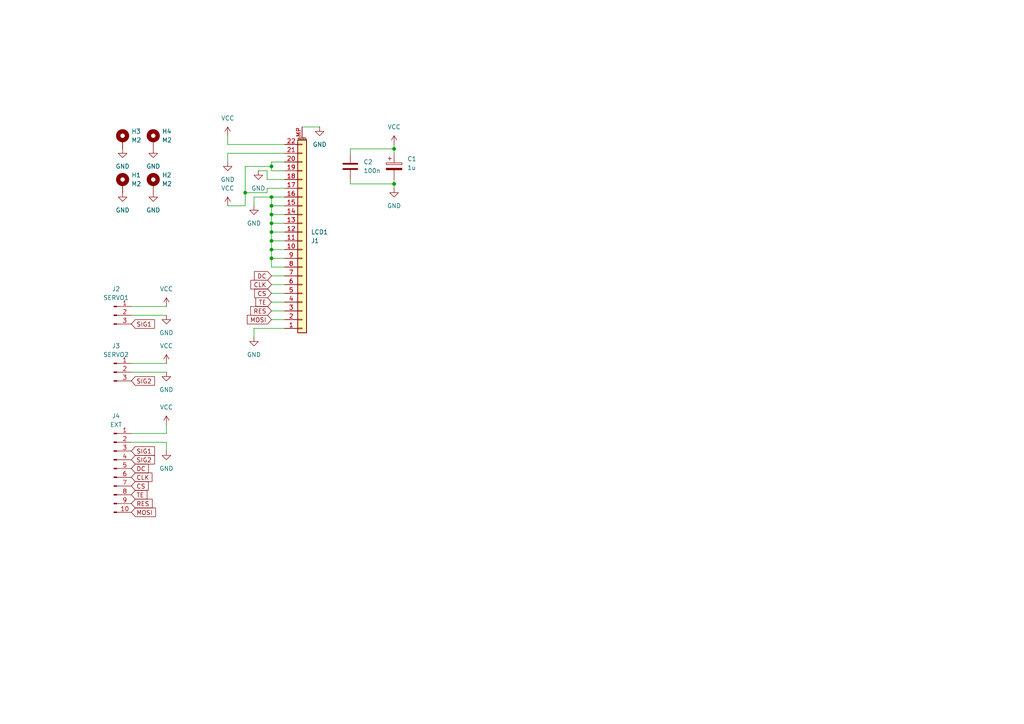
<source format=kicad_sch>
(kicad_sch
	(version 20231120)
	(generator "eeschema")
	(generator_version "8.0")
	(uuid "3a31f977-a969-4ef2-abe7-a1bfa6c5a83b")
	(paper "A4")
	(lib_symbols
		(symbol "Connector:Conn_01x03_Pin"
			(pin_names
				(offset 1.016) hide)
			(exclude_from_sim no)
			(in_bom yes)
			(on_board yes)
			(property "Reference" "J"
				(at 0 5.08 0)
				(effects
					(font
						(size 1.27 1.27)
					)
				)
			)
			(property "Value" "Conn_01x03_Pin"
				(at 0 -5.08 0)
				(effects
					(font
						(size 1.27 1.27)
					)
				)
			)
			(property "Footprint" ""
				(at 0 0 0)
				(effects
					(font
						(size 1.27 1.27)
					)
					(hide yes)
				)
			)
			(property "Datasheet" "~"
				(at 0 0 0)
				(effects
					(font
						(size 1.27 1.27)
					)
					(hide yes)
				)
			)
			(property "Description" "Generic connector, single row, 01x03, script generated"
				(at 0 0 0)
				(effects
					(font
						(size 1.27 1.27)
					)
					(hide yes)
				)
			)
			(property "ki_locked" ""
				(at 0 0 0)
				(effects
					(font
						(size 1.27 1.27)
					)
				)
			)
			(property "ki_keywords" "connector"
				(at 0 0 0)
				(effects
					(font
						(size 1.27 1.27)
					)
					(hide yes)
				)
			)
			(property "ki_fp_filters" "Connector*:*_1x??_*"
				(at 0 0 0)
				(effects
					(font
						(size 1.27 1.27)
					)
					(hide yes)
				)
			)
			(symbol "Conn_01x03_Pin_1_1"
				(polyline
					(pts
						(xy 1.27 -2.54) (xy 0.8636 -2.54)
					)
					(stroke
						(width 0.1524)
						(type default)
					)
					(fill
						(type none)
					)
				)
				(polyline
					(pts
						(xy 1.27 0) (xy 0.8636 0)
					)
					(stroke
						(width 0.1524)
						(type default)
					)
					(fill
						(type none)
					)
				)
				(polyline
					(pts
						(xy 1.27 2.54) (xy 0.8636 2.54)
					)
					(stroke
						(width 0.1524)
						(type default)
					)
					(fill
						(type none)
					)
				)
				(rectangle
					(start 0.8636 -2.413)
					(end 0 -2.667)
					(stroke
						(width 0.1524)
						(type default)
					)
					(fill
						(type outline)
					)
				)
				(rectangle
					(start 0.8636 0.127)
					(end 0 -0.127)
					(stroke
						(width 0.1524)
						(type default)
					)
					(fill
						(type outline)
					)
				)
				(rectangle
					(start 0.8636 2.667)
					(end 0 2.413)
					(stroke
						(width 0.1524)
						(type default)
					)
					(fill
						(type outline)
					)
				)
				(pin passive line
					(at 5.08 2.54 180)
					(length 3.81)
					(name "Pin_1"
						(effects
							(font
								(size 1.27 1.27)
							)
						)
					)
					(number "1"
						(effects
							(font
								(size 1.27 1.27)
							)
						)
					)
				)
				(pin passive line
					(at 5.08 0 180)
					(length 3.81)
					(name "Pin_2"
						(effects
							(font
								(size 1.27 1.27)
							)
						)
					)
					(number "2"
						(effects
							(font
								(size 1.27 1.27)
							)
						)
					)
				)
				(pin passive line
					(at 5.08 -2.54 180)
					(length 3.81)
					(name "Pin_3"
						(effects
							(font
								(size 1.27 1.27)
							)
						)
					)
					(number "3"
						(effects
							(font
								(size 1.27 1.27)
							)
						)
					)
				)
			)
		)
		(symbol "Connector:Conn_01x10_Pin"
			(pin_names
				(offset 1.016) hide)
			(exclude_from_sim no)
			(in_bom yes)
			(on_board yes)
			(property "Reference" "J"
				(at 0 12.7 0)
				(effects
					(font
						(size 1.27 1.27)
					)
				)
			)
			(property "Value" "Conn_01x10_Pin"
				(at 0 -15.24 0)
				(effects
					(font
						(size 1.27 1.27)
					)
				)
			)
			(property "Footprint" ""
				(at 0 0 0)
				(effects
					(font
						(size 1.27 1.27)
					)
					(hide yes)
				)
			)
			(property "Datasheet" "~"
				(at 0 0 0)
				(effects
					(font
						(size 1.27 1.27)
					)
					(hide yes)
				)
			)
			(property "Description" "Generic connector, single row, 01x10, script generated"
				(at 0 0 0)
				(effects
					(font
						(size 1.27 1.27)
					)
					(hide yes)
				)
			)
			(property "ki_locked" ""
				(at 0 0 0)
				(effects
					(font
						(size 1.27 1.27)
					)
				)
			)
			(property "ki_keywords" "connector"
				(at 0 0 0)
				(effects
					(font
						(size 1.27 1.27)
					)
					(hide yes)
				)
			)
			(property "ki_fp_filters" "Connector*:*_1x??_*"
				(at 0 0 0)
				(effects
					(font
						(size 1.27 1.27)
					)
					(hide yes)
				)
			)
			(symbol "Conn_01x10_Pin_1_1"
				(polyline
					(pts
						(xy 1.27 -12.7) (xy 0.8636 -12.7)
					)
					(stroke
						(width 0.1524)
						(type default)
					)
					(fill
						(type none)
					)
				)
				(polyline
					(pts
						(xy 1.27 -10.16) (xy 0.8636 -10.16)
					)
					(stroke
						(width 0.1524)
						(type default)
					)
					(fill
						(type none)
					)
				)
				(polyline
					(pts
						(xy 1.27 -7.62) (xy 0.8636 -7.62)
					)
					(stroke
						(width 0.1524)
						(type default)
					)
					(fill
						(type none)
					)
				)
				(polyline
					(pts
						(xy 1.27 -5.08) (xy 0.8636 -5.08)
					)
					(stroke
						(width 0.1524)
						(type default)
					)
					(fill
						(type none)
					)
				)
				(polyline
					(pts
						(xy 1.27 -2.54) (xy 0.8636 -2.54)
					)
					(stroke
						(width 0.1524)
						(type default)
					)
					(fill
						(type none)
					)
				)
				(polyline
					(pts
						(xy 1.27 0) (xy 0.8636 0)
					)
					(stroke
						(width 0.1524)
						(type default)
					)
					(fill
						(type none)
					)
				)
				(polyline
					(pts
						(xy 1.27 2.54) (xy 0.8636 2.54)
					)
					(stroke
						(width 0.1524)
						(type default)
					)
					(fill
						(type none)
					)
				)
				(polyline
					(pts
						(xy 1.27 5.08) (xy 0.8636 5.08)
					)
					(stroke
						(width 0.1524)
						(type default)
					)
					(fill
						(type none)
					)
				)
				(polyline
					(pts
						(xy 1.27 7.62) (xy 0.8636 7.62)
					)
					(stroke
						(width 0.1524)
						(type default)
					)
					(fill
						(type none)
					)
				)
				(polyline
					(pts
						(xy 1.27 10.16) (xy 0.8636 10.16)
					)
					(stroke
						(width 0.1524)
						(type default)
					)
					(fill
						(type none)
					)
				)
				(rectangle
					(start 0.8636 -12.573)
					(end 0 -12.827)
					(stroke
						(width 0.1524)
						(type default)
					)
					(fill
						(type outline)
					)
				)
				(rectangle
					(start 0.8636 -10.033)
					(end 0 -10.287)
					(stroke
						(width 0.1524)
						(type default)
					)
					(fill
						(type outline)
					)
				)
				(rectangle
					(start 0.8636 -7.493)
					(end 0 -7.747)
					(stroke
						(width 0.1524)
						(type default)
					)
					(fill
						(type outline)
					)
				)
				(rectangle
					(start 0.8636 -4.953)
					(end 0 -5.207)
					(stroke
						(width 0.1524)
						(type default)
					)
					(fill
						(type outline)
					)
				)
				(rectangle
					(start 0.8636 -2.413)
					(end 0 -2.667)
					(stroke
						(width 0.1524)
						(type default)
					)
					(fill
						(type outline)
					)
				)
				(rectangle
					(start 0.8636 0.127)
					(end 0 -0.127)
					(stroke
						(width 0.1524)
						(type default)
					)
					(fill
						(type outline)
					)
				)
				(rectangle
					(start 0.8636 2.667)
					(end 0 2.413)
					(stroke
						(width 0.1524)
						(type default)
					)
					(fill
						(type outline)
					)
				)
				(rectangle
					(start 0.8636 5.207)
					(end 0 4.953)
					(stroke
						(width 0.1524)
						(type default)
					)
					(fill
						(type outline)
					)
				)
				(rectangle
					(start 0.8636 7.747)
					(end 0 7.493)
					(stroke
						(width 0.1524)
						(type default)
					)
					(fill
						(type outline)
					)
				)
				(rectangle
					(start 0.8636 10.287)
					(end 0 10.033)
					(stroke
						(width 0.1524)
						(type default)
					)
					(fill
						(type outline)
					)
				)
				(pin passive line
					(at 5.08 10.16 180)
					(length 3.81)
					(name "Pin_1"
						(effects
							(font
								(size 1.27 1.27)
							)
						)
					)
					(number "1"
						(effects
							(font
								(size 1.27 1.27)
							)
						)
					)
				)
				(pin passive line
					(at 5.08 -12.7 180)
					(length 3.81)
					(name "Pin_10"
						(effects
							(font
								(size 1.27 1.27)
							)
						)
					)
					(number "10"
						(effects
							(font
								(size 1.27 1.27)
							)
						)
					)
				)
				(pin passive line
					(at 5.08 7.62 180)
					(length 3.81)
					(name "Pin_2"
						(effects
							(font
								(size 1.27 1.27)
							)
						)
					)
					(number "2"
						(effects
							(font
								(size 1.27 1.27)
							)
						)
					)
				)
				(pin passive line
					(at 5.08 5.08 180)
					(length 3.81)
					(name "Pin_3"
						(effects
							(font
								(size 1.27 1.27)
							)
						)
					)
					(number "3"
						(effects
							(font
								(size 1.27 1.27)
							)
						)
					)
				)
				(pin passive line
					(at 5.08 2.54 180)
					(length 3.81)
					(name "Pin_4"
						(effects
							(font
								(size 1.27 1.27)
							)
						)
					)
					(number "4"
						(effects
							(font
								(size 1.27 1.27)
							)
						)
					)
				)
				(pin passive line
					(at 5.08 0 180)
					(length 3.81)
					(name "Pin_5"
						(effects
							(font
								(size 1.27 1.27)
							)
						)
					)
					(number "5"
						(effects
							(font
								(size 1.27 1.27)
							)
						)
					)
				)
				(pin passive line
					(at 5.08 -2.54 180)
					(length 3.81)
					(name "Pin_6"
						(effects
							(font
								(size 1.27 1.27)
							)
						)
					)
					(number "6"
						(effects
							(font
								(size 1.27 1.27)
							)
						)
					)
				)
				(pin passive line
					(at 5.08 -5.08 180)
					(length 3.81)
					(name "Pin_7"
						(effects
							(font
								(size 1.27 1.27)
							)
						)
					)
					(number "7"
						(effects
							(font
								(size 1.27 1.27)
							)
						)
					)
				)
				(pin passive line
					(at 5.08 -7.62 180)
					(length 3.81)
					(name "Pin_8"
						(effects
							(font
								(size 1.27 1.27)
							)
						)
					)
					(number "8"
						(effects
							(font
								(size 1.27 1.27)
							)
						)
					)
				)
				(pin passive line
					(at 5.08 -10.16 180)
					(length 3.81)
					(name "Pin_9"
						(effects
							(font
								(size 1.27 1.27)
							)
						)
					)
					(number "9"
						(effects
							(font
								(size 1.27 1.27)
							)
						)
					)
				)
			)
		)
		(symbol "Connector_Generic_MountingPin:Conn_01x22_MountingPin"
			(pin_names
				(offset 1.016) hide)
			(exclude_from_sim no)
			(in_bom yes)
			(on_board yes)
			(property "Reference" "J"
				(at 0 27.94 0)
				(effects
					(font
						(size 1.27 1.27)
					)
				)
			)
			(property "Value" "Conn_01x22_MountingPin"
				(at 1.27 -30.48 0)
				(effects
					(font
						(size 1.27 1.27)
					)
					(justify left)
				)
			)
			(property "Footprint" ""
				(at 0 0 0)
				(effects
					(font
						(size 1.27 1.27)
					)
					(hide yes)
				)
			)
			(property "Datasheet" "~"
				(at 0 0 0)
				(effects
					(font
						(size 1.27 1.27)
					)
					(hide yes)
				)
			)
			(property "Description" "Generic connectable mounting pin connector, single row, 01x22, script generated (kicad-library-utils/schlib/autogen/connector/)"
				(at 0 0 0)
				(effects
					(font
						(size 1.27 1.27)
					)
					(hide yes)
				)
			)
			(property "ki_keywords" "connector"
				(at 0 0 0)
				(effects
					(font
						(size 1.27 1.27)
					)
					(hide yes)
				)
			)
			(property "ki_fp_filters" "Connector*:*_1x??-1MP*"
				(at 0 0 0)
				(effects
					(font
						(size 1.27 1.27)
					)
					(hide yes)
				)
			)
			(symbol "Conn_01x22_MountingPin_1_1"
				(rectangle
					(start -1.27 -27.813)
					(end 0 -28.067)
					(stroke
						(width 0.1524)
						(type default)
					)
					(fill
						(type none)
					)
				)
				(rectangle
					(start -1.27 -25.273)
					(end 0 -25.527)
					(stroke
						(width 0.1524)
						(type default)
					)
					(fill
						(type none)
					)
				)
				(rectangle
					(start -1.27 -22.733)
					(end 0 -22.987)
					(stroke
						(width 0.1524)
						(type default)
					)
					(fill
						(type none)
					)
				)
				(rectangle
					(start -1.27 -20.193)
					(end 0 -20.447)
					(stroke
						(width 0.1524)
						(type default)
					)
					(fill
						(type none)
					)
				)
				(rectangle
					(start -1.27 -17.653)
					(end 0 -17.907)
					(stroke
						(width 0.1524)
						(type default)
					)
					(fill
						(type none)
					)
				)
				(rectangle
					(start -1.27 -15.113)
					(end 0 -15.367)
					(stroke
						(width 0.1524)
						(type default)
					)
					(fill
						(type none)
					)
				)
				(rectangle
					(start -1.27 -12.573)
					(end 0 -12.827)
					(stroke
						(width 0.1524)
						(type default)
					)
					(fill
						(type none)
					)
				)
				(rectangle
					(start -1.27 -10.033)
					(end 0 -10.287)
					(stroke
						(width 0.1524)
						(type default)
					)
					(fill
						(type none)
					)
				)
				(rectangle
					(start -1.27 -7.493)
					(end 0 -7.747)
					(stroke
						(width 0.1524)
						(type default)
					)
					(fill
						(type none)
					)
				)
				(rectangle
					(start -1.27 -4.953)
					(end 0 -5.207)
					(stroke
						(width 0.1524)
						(type default)
					)
					(fill
						(type none)
					)
				)
				(rectangle
					(start -1.27 -2.413)
					(end 0 -2.667)
					(stroke
						(width 0.1524)
						(type default)
					)
					(fill
						(type none)
					)
				)
				(rectangle
					(start -1.27 0.127)
					(end 0 -0.127)
					(stroke
						(width 0.1524)
						(type default)
					)
					(fill
						(type none)
					)
				)
				(rectangle
					(start -1.27 2.667)
					(end 0 2.413)
					(stroke
						(width 0.1524)
						(type default)
					)
					(fill
						(type none)
					)
				)
				(rectangle
					(start -1.27 5.207)
					(end 0 4.953)
					(stroke
						(width 0.1524)
						(type default)
					)
					(fill
						(type none)
					)
				)
				(rectangle
					(start -1.27 7.747)
					(end 0 7.493)
					(stroke
						(width 0.1524)
						(type default)
					)
					(fill
						(type none)
					)
				)
				(rectangle
					(start -1.27 10.287)
					(end 0 10.033)
					(stroke
						(width 0.1524)
						(type default)
					)
					(fill
						(type none)
					)
				)
				(rectangle
					(start -1.27 12.827)
					(end 0 12.573)
					(stroke
						(width 0.1524)
						(type default)
					)
					(fill
						(type none)
					)
				)
				(rectangle
					(start -1.27 15.367)
					(end 0 15.113)
					(stroke
						(width 0.1524)
						(type default)
					)
					(fill
						(type none)
					)
				)
				(rectangle
					(start -1.27 17.907)
					(end 0 17.653)
					(stroke
						(width 0.1524)
						(type default)
					)
					(fill
						(type none)
					)
				)
				(rectangle
					(start -1.27 20.447)
					(end 0 20.193)
					(stroke
						(width 0.1524)
						(type default)
					)
					(fill
						(type none)
					)
				)
				(rectangle
					(start -1.27 22.987)
					(end 0 22.733)
					(stroke
						(width 0.1524)
						(type default)
					)
					(fill
						(type none)
					)
				)
				(rectangle
					(start -1.27 25.527)
					(end 0 25.273)
					(stroke
						(width 0.1524)
						(type default)
					)
					(fill
						(type none)
					)
				)
				(rectangle
					(start -1.27 26.67)
					(end 1.27 -29.21)
					(stroke
						(width 0.254)
						(type default)
					)
					(fill
						(type background)
					)
				)
				(polyline
					(pts
						(xy -1.016 -29.972) (xy 1.016 -29.972)
					)
					(stroke
						(width 0.1524)
						(type default)
					)
					(fill
						(type none)
					)
				)
				(text "Mounting"
					(at 0 -29.591 0)
					(effects
						(font
							(size 0.381 0.381)
						)
					)
				)
				(pin passive line
					(at -5.08 25.4 0)
					(length 3.81)
					(name "Pin_1"
						(effects
							(font
								(size 1.27 1.27)
							)
						)
					)
					(number "1"
						(effects
							(font
								(size 1.27 1.27)
							)
						)
					)
				)
				(pin passive line
					(at -5.08 2.54 0)
					(length 3.81)
					(name "Pin_10"
						(effects
							(font
								(size 1.27 1.27)
							)
						)
					)
					(number "10"
						(effects
							(font
								(size 1.27 1.27)
							)
						)
					)
				)
				(pin passive line
					(at -5.08 0 0)
					(length 3.81)
					(name "Pin_11"
						(effects
							(font
								(size 1.27 1.27)
							)
						)
					)
					(number "11"
						(effects
							(font
								(size 1.27 1.27)
							)
						)
					)
				)
				(pin passive line
					(at -5.08 -2.54 0)
					(length 3.81)
					(name "Pin_12"
						(effects
							(font
								(size 1.27 1.27)
							)
						)
					)
					(number "12"
						(effects
							(font
								(size 1.27 1.27)
							)
						)
					)
				)
				(pin passive line
					(at -5.08 -5.08 0)
					(length 3.81)
					(name "Pin_13"
						(effects
							(font
								(size 1.27 1.27)
							)
						)
					)
					(number "13"
						(effects
							(font
								(size 1.27 1.27)
							)
						)
					)
				)
				(pin passive line
					(at -5.08 -7.62 0)
					(length 3.81)
					(name "Pin_14"
						(effects
							(font
								(size 1.27 1.27)
							)
						)
					)
					(number "14"
						(effects
							(font
								(size 1.27 1.27)
							)
						)
					)
				)
				(pin passive line
					(at -5.08 -10.16 0)
					(length 3.81)
					(name "Pin_15"
						(effects
							(font
								(size 1.27 1.27)
							)
						)
					)
					(number "15"
						(effects
							(font
								(size 1.27 1.27)
							)
						)
					)
				)
				(pin passive line
					(at -5.08 -12.7 0)
					(length 3.81)
					(name "Pin_16"
						(effects
							(font
								(size 1.27 1.27)
							)
						)
					)
					(number "16"
						(effects
							(font
								(size 1.27 1.27)
							)
						)
					)
				)
				(pin passive line
					(at -5.08 -15.24 0)
					(length 3.81)
					(name "Pin_17"
						(effects
							(font
								(size 1.27 1.27)
							)
						)
					)
					(number "17"
						(effects
							(font
								(size 1.27 1.27)
							)
						)
					)
				)
				(pin passive line
					(at -5.08 -17.78 0)
					(length 3.81)
					(name "Pin_18"
						(effects
							(font
								(size 1.27 1.27)
							)
						)
					)
					(number "18"
						(effects
							(font
								(size 1.27 1.27)
							)
						)
					)
				)
				(pin passive line
					(at -5.08 -20.32 0)
					(length 3.81)
					(name "Pin_19"
						(effects
							(font
								(size 1.27 1.27)
							)
						)
					)
					(number "19"
						(effects
							(font
								(size 1.27 1.27)
							)
						)
					)
				)
				(pin passive line
					(at -5.08 22.86 0)
					(length 3.81)
					(name "Pin_2"
						(effects
							(font
								(size 1.27 1.27)
							)
						)
					)
					(number "2"
						(effects
							(font
								(size 1.27 1.27)
							)
						)
					)
				)
				(pin passive line
					(at -5.08 -22.86 0)
					(length 3.81)
					(name "Pin_20"
						(effects
							(font
								(size 1.27 1.27)
							)
						)
					)
					(number "20"
						(effects
							(font
								(size 1.27 1.27)
							)
						)
					)
				)
				(pin passive line
					(at -5.08 -25.4 0)
					(length 3.81)
					(name "Pin_21"
						(effects
							(font
								(size 1.27 1.27)
							)
						)
					)
					(number "21"
						(effects
							(font
								(size 1.27 1.27)
							)
						)
					)
				)
				(pin passive line
					(at -5.08 -27.94 0)
					(length 3.81)
					(name "Pin_22"
						(effects
							(font
								(size 1.27 1.27)
							)
						)
					)
					(number "22"
						(effects
							(font
								(size 1.27 1.27)
							)
						)
					)
				)
				(pin passive line
					(at -5.08 20.32 0)
					(length 3.81)
					(name "Pin_3"
						(effects
							(font
								(size 1.27 1.27)
							)
						)
					)
					(number "3"
						(effects
							(font
								(size 1.27 1.27)
							)
						)
					)
				)
				(pin passive line
					(at -5.08 17.78 0)
					(length 3.81)
					(name "Pin_4"
						(effects
							(font
								(size 1.27 1.27)
							)
						)
					)
					(number "4"
						(effects
							(font
								(size 1.27 1.27)
							)
						)
					)
				)
				(pin passive line
					(at -5.08 15.24 0)
					(length 3.81)
					(name "Pin_5"
						(effects
							(font
								(size 1.27 1.27)
							)
						)
					)
					(number "5"
						(effects
							(font
								(size 1.27 1.27)
							)
						)
					)
				)
				(pin passive line
					(at -5.08 12.7 0)
					(length 3.81)
					(name "Pin_6"
						(effects
							(font
								(size 1.27 1.27)
							)
						)
					)
					(number "6"
						(effects
							(font
								(size 1.27 1.27)
							)
						)
					)
				)
				(pin passive line
					(at -5.08 10.16 0)
					(length 3.81)
					(name "Pin_7"
						(effects
							(font
								(size 1.27 1.27)
							)
						)
					)
					(number "7"
						(effects
							(font
								(size 1.27 1.27)
							)
						)
					)
				)
				(pin passive line
					(at -5.08 7.62 0)
					(length 3.81)
					(name "Pin_8"
						(effects
							(font
								(size 1.27 1.27)
							)
						)
					)
					(number "8"
						(effects
							(font
								(size 1.27 1.27)
							)
						)
					)
				)
				(pin passive line
					(at -5.08 5.08 0)
					(length 3.81)
					(name "Pin_9"
						(effects
							(font
								(size 1.27 1.27)
							)
						)
					)
					(number "9"
						(effects
							(font
								(size 1.27 1.27)
							)
						)
					)
				)
				(pin passive line
					(at 0 -33.02 90)
					(length 3.048)
					(name "MountPin"
						(effects
							(font
								(size 1.27 1.27)
							)
						)
					)
					(number "MP"
						(effects
							(font
								(size 1.27 1.27)
							)
						)
					)
				)
			)
		)
		(symbol "Device:C"
			(pin_numbers hide)
			(pin_names
				(offset 0.254)
			)
			(exclude_from_sim no)
			(in_bom yes)
			(on_board yes)
			(property "Reference" "C"
				(at 0.635 2.54 0)
				(effects
					(font
						(size 1.27 1.27)
					)
					(justify left)
				)
			)
			(property "Value" "C"
				(at 0.635 -2.54 0)
				(effects
					(font
						(size 1.27 1.27)
					)
					(justify left)
				)
			)
			(property "Footprint" ""
				(at 0.9652 -3.81 0)
				(effects
					(font
						(size 1.27 1.27)
					)
					(hide yes)
				)
			)
			(property "Datasheet" "~"
				(at 0 0 0)
				(effects
					(font
						(size 1.27 1.27)
					)
					(hide yes)
				)
			)
			(property "Description" "Unpolarized capacitor"
				(at 0 0 0)
				(effects
					(font
						(size 1.27 1.27)
					)
					(hide yes)
				)
			)
			(property "ki_keywords" "cap capacitor"
				(at 0 0 0)
				(effects
					(font
						(size 1.27 1.27)
					)
					(hide yes)
				)
			)
			(property "ki_fp_filters" "C_*"
				(at 0 0 0)
				(effects
					(font
						(size 1.27 1.27)
					)
					(hide yes)
				)
			)
			(symbol "C_0_1"
				(polyline
					(pts
						(xy -2.032 -0.762) (xy 2.032 -0.762)
					)
					(stroke
						(width 0.508)
						(type default)
					)
					(fill
						(type none)
					)
				)
				(polyline
					(pts
						(xy -2.032 0.762) (xy 2.032 0.762)
					)
					(stroke
						(width 0.508)
						(type default)
					)
					(fill
						(type none)
					)
				)
			)
			(symbol "C_1_1"
				(pin passive line
					(at 0 3.81 270)
					(length 2.794)
					(name "~"
						(effects
							(font
								(size 1.27 1.27)
							)
						)
					)
					(number "1"
						(effects
							(font
								(size 1.27 1.27)
							)
						)
					)
				)
				(pin passive line
					(at 0 -3.81 90)
					(length 2.794)
					(name "~"
						(effects
							(font
								(size 1.27 1.27)
							)
						)
					)
					(number "2"
						(effects
							(font
								(size 1.27 1.27)
							)
						)
					)
				)
			)
		)
		(symbol "Device:C_Polarized"
			(pin_numbers hide)
			(pin_names
				(offset 0.254)
			)
			(exclude_from_sim no)
			(in_bom yes)
			(on_board yes)
			(property "Reference" "C"
				(at 0.635 2.54 0)
				(effects
					(font
						(size 1.27 1.27)
					)
					(justify left)
				)
			)
			(property "Value" "C_Polarized"
				(at 0.635 -2.54 0)
				(effects
					(font
						(size 1.27 1.27)
					)
					(justify left)
				)
			)
			(property "Footprint" ""
				(at 0.9652 -3.81 0)
				(effects
					(font
						(size 1.27 1.27)
					)
					(hide yes)
				)
			)
			(property "Datasheet" "~"
				(at 0 0 0)
				(effects
					(font
						(size 1.27 1.27)
					)
					(hide yes)
				)
			)
			(property "Description" "Polarized capacitor"
				(at 0 0 0)
				(effects
					(font
						(size 1.27 1.27)
					)
					(hide yes)
				)
			)
			(property "ki_keywords" "cap capacitor"
				(at 0 0 0)
				(effects
					(font
						(size 1.27 1.27)
					)
					(hide yes)
				)
			)
			(property "ki_fp_filters" "CP_*"
				(at 0 0 0)
				(effects
					(font
						(size 1.27 1.27)
					)
					(hide yes)
				)
			)
			(symbol "C_Polarized_0_1"
				(rectangle
					(start -2.286 0.508)
					(end 2.286 1.016)
					(stroke
						(width 0)
						(type default)
					)
					(fill
						(type none)
					)
				)
				(polyline
					(pts
						(xy -1.778 2.286) (xy -0.762 2.286)
					)
					(stroke
						(width 0)
						(type default)
					)
					(fill
						(type none)
					)
				)
				(polyline
					(pts
						(xy -1.27 2.794) (xy -1.27 1.778)
					)
					(stroke
						(width 0)
						(type default)
					)
					(fill
						(type none)
					)
				)
				(rectangle
					(start 2.286 -0.508)
					(end -2.286 -1.016)
					(stroke
						(width 0)
						(type default)
					)
					(fill
						(type outline)
					)
				)
			)
			(symbol "C_Polarized_1_1"
				(pin passive line
					(at 0 3.81 270)
					(length 2.794)
					(name "~"
						(effects
							(font
								(size 1.27 1.27)
							)
						)
					)
					(number "1"
						(effects
							(font
								(size 1.27 1.27)
							)
						)
					)
				)
				(pin passive line
					(at 0 -3.81 90)
					(length 2.794)
					(name "~"
						(effects
							(font
								(size 1.27 1.27)
							)
						)
					)
					(number "2"
						(effects
							(font
								(size 1.27 1.27)
							)
						)
					)
				)
			)
		)
		(symbol "Mechanical:MountingHole_Pad"
			(pin_numbers hide)
			(pin_names
				(offset 1.016) hide)
			(exclude_from_sim yes)
			(in_bom no)
			(on_board yes)
			(property "Reference" "H"
				(at 0 6.35 0)
				(effects
					(font
						(size 1.27 1.27)
					)
				)
			)
			(property "Value" "MountingHole_Pad"
				(at 0 4.445 0)
				(effects
					(font
						(size 1.27 1.27)
					)
				)
			)
			(property "Footprint" ""
				(at 0 0 0)
				(effects
					(font
						(size 1.27 1.27)
					)
					(hide yes)
				)
			)
			(property "Datasheet" "~"
				(at 0 0 0)
				(effects
					(font
						(size 1.27 1.27)
					)
					(hide yes)
				)
			)
			(property "Description" "Mounting Hole with connection"
				(at 0 0 0)
				(effects
					(font
						(size 1.27 1.27)
					)
					(hide yes)
				)
			)
			(property "ki_keywords" "mounting hole"
				(at 0 0 0)
				(effects
					(font
						(size 1.27 1.27)
					)
					(hide yes)
				)
			)
			(property "ki_fp_filters" "MountingHole*Pad*"
				(at 0 0 0)
				(effects
					(font
						(size 1.27 1.27)
					)
					(hide yes)
				)
			)
			(symbol "MountingHole_Pad_0_1"
				(circle
					(center 0 1.27)
					(radius 1.27)
					(stroke
						(width 1.27)
						(type default)
					)
					(fill
						(type none)
					)
				)
			)
			(symbol "MountingHole_Pad_1_1"
				(pin input line
					(at 0 -2.54 90)
					(length 2.54)
					(name "1"
						(effects
							(font
								(size 1.27 1.27)
							)
						)
					)
					(number "1"
						(effects
							(font
								(size 1.27 1.27)
							)
						)
					)
				)
			)
		)
		(symbol "power:GND"
			(power)
			(pin_numbers hide)
			(pin_names
				(offset 0) hide)
			(exclude_from_sim no)
			(in_bom yes)
			(on_board yes)
			(property "Reference" "#PWR"
				(at 0 -6.35 0)
				(effects
					(font
						(size 1.27 1.27)
					)
					(hide yes)
				)
			)
			(property "Value" "GND"
				(at 0 -3.81 0)
				(effects
					(font
						(size 1.27 1.27)
					)
				)
			)
			(property "Footprint" ""
				(at 0 0 0)
				(effects
					(font
						(size 1.27 1.27)
					)
					(hide yes)
				)
			)
			(property "Datasheet" ""
				(at 0 0 0)
				(effects
					(font
						(size 1.27 1.27)
					)
					(hide yes)
				)
			)
			(property "Description" "Power symbol creates a global label with name \"GND\" , ground"
				(at 0 0 0)
				(effects
					(font
						(size 1.27 1.27)
					)
					(hide yes)
				)
			)
			(property "ki_keywords" "global power"
				(at 0 0 0)
				(effects
					(font
						(size 1.27 1.27)
					)
					(hide yes)
				)
			)
			(symbol "GND_0_1"
				(polyline
					(pts
						(xy 0 0) (xy 0 -1.27) (xy 1.27 -1.27) (xy 0 -2.54) (xy -1.27 -1.27) (xy 0 -1.27)
					)
					(stroke
						(width 0)
						(type default)
					)
					(fill
						(type none)
					)
				)
			)
			(symbol "GND_1_1"
				(pin power_in line
					(at 0 0 270)
					(length 0)
					(name "~"
						(effects
							(font
								(size 1.27 1.27)
							)
						)
					)
					(number "1"
						(effects
							(font
								(size 1.27 1.27)
							)
						)
					)
				)
			)
		)
		(symbol "power:VCC"
			(power)
			(pin_numbers hide)
			(pin_names
				(offset 0) hide)
			(exclude_from_sim no)
			(in_bom yes)
			(on_board yes)
			(property "Reference" "#PWR"
				(at 0 -3.81 0)
				(effects
					(font
						(size 1.27 1.27)
					)
					(hide yes)
				)
			)
			(property "Value" "VCC"
				(at 0 3.556 0)
				(effects
					(font
						(size 1.27 1.27)
					)
				)
			)
			(property "Footprint" ""
				(at 0 0 0)
				(effects
					(font
						(size 1.27 1.27)
					)
					(hide yes)
				)
			)
			(property "Datasheet" ""
				(at 0 0 0)
				(effects
					(font
						(size 1.27 1.27)
					)
					(hide yes)
				)
			)
			(property "Description" "Power symbol creates a global label with name \"VCC\""
				(at 0 0 0)
				(effects
					(font
						(size 1.27 1.27)
					)
					(hide yes)
				)
			)
			(property "ki_keywords" "global power"
				(at 0 0 0)
				(effects
					(font
						(size 1.27 1.27)
					)
					(hide yes)
				)
			)
			(symbol "VCC_0_1"
				(polyline
					(pts
						(xy -0.762 1.27) (xy 0 2.54)
					)
					(stroke
						(width 0)
						(type default)
					)
					(fill
						(type none)
					)
				)
				(polyline
					(pts
						(xy 0 0) (xy 0 2.54)
					)
					(stroke
						(width 0)
						(type default)
					)
					(fill
						(type none)
					)
				)
				(polyline
					(pts
						(xy 0 2.54) (xy 0.762 1.27)
					)
					(stroke
						(width 0)
						(type default)
					)
					(fill
						(type none)
					)
				)
			)
			(symbol "VCC_1_1"
				(pin power_in line
					(at 0 0 90)
					(length 0)
					(name "~"
						(effects
							(font
								(size 1.27 1.27)
							)
						)
					)
					(number "1"
						(effects
							(font
								(size 1.27 1.27)
							)
						)
					)
				)
			)
		)
	)
	(junction
		(at 114.3 43.18)
		(diameter 0)
		(color 0 0 0 0)
		(uuid "0c0bde65-b320-4b54-be3d-d467eb7eeb75")
	)
	(junction
		(at 78.74 59.69)
		(diameter 0)
		(color 0 0 0 0)
		(uuid "190733dc-1f21-41ff-8c4d-fbbee3b0f5b8")
	)
	(junction
		(at 78.74 62.23)
		(diameter 0)
		(color 0 0 0 0)
		(uuid "361afd2f-450e-49ac-ba0f-4f835b265be3")
	)
	(junction
		(at 78.74 64.77)
		(diameter 0)
		(color 0 0 0 0)
		(uuid "4fcc7fc1-583b-4e14-9db0-763cf6bb9bda")
	)
	(junction
		(at 78.74 69.85)
		(diameter 0)
		(color 0 0 0 0)
		(uuid "5a6def60-2c08-432e-b663-8d6894761e98")
	)
	(junction
		(at 78.74 72.39)
		(diameter 0)
		(color 0 0 0 0)
		(uuid "61ea1aae-0b2b-411d-ab87-326b4957d94c")
	)
	(junction
		(at 78.74 74.93)
		(diameter 0)
		(color 0 0 0 0)
		(uuid "68017963-988c-4bd8-9ea2-a045d45b5ca7")
	)
	(junction
		(at 71.12 55.88)
		(diameter 0)
		(color 0 0 0 0)
		(uuid "8914879e-7984-4d0f-a6a5-de7c9fb9ddde")
	)
	(junction
		(at 78.74 67.31)
		(diameter 0)
		(color 0 0 0 0)
		(uuid "d1e19f97-ccec-41e6-9c6d-edf2ed34556c")
	)
	(junction
		(at 114.3 53.34)
		(diameter 0)
		(color 0 0 0 0)
		(uuid "d87424fe-168c-4cf7-8ce5-fa7316a66902")
	)
	(junction
		(at 78.74 57.15)
		(diameter 0)
		(color 0 0 0 0)
		(uuid "db0ff896-fe5f-483f-8950-b64fe0612eb4")
	)
	(junction
		(at 78.74 48.26)
		(diameter 0)
		(color 0 0 0 0)
		(uuid "f66ebbff-2054-4528-a0e0-380c2b76d098")
	)
	(wire
		(pts
			(xy 66.04 41.91) (xy 82.55 41.91)
		)
		(stroke
			(width 0)
			(type default)
		)
		(uuid "0965c4e5-e295-457c-972d-17c414bf8d5e")
	)
	(wire
		(pts
			(xy 78.74 77.47) (xy 82.55 77.47)
		)
		(stroke
			(width 0)
			(type default)
		)
		(uuid "10efc79a-c254-4729-887a-df3a1b6a764f")
	)
	(wire
		(pts
			(xy 78.74 82.55) (xy 82.55 82.55)
		)
		(stroke
			(width 0)
			(type default)
		)
		(uuid "128c3ec3-70d8-4e07-a389-2ef7c8efc778")
	)
	(wire
		(pts
			(xy 66.04 59.69) (xy 71.12 59.69)
		)
		(stroke
			(width 0)
			(type default)
		)
		(uuid "1c38f13d-8668-4c14-877f-efd7aca61976")
	)
	(wire
		(pts
			(xy 48.26 125.73) (xy 38.1 125.73)
		)
		(stroke
			(width 0)
			(type default)
		)
		(uuid "242930f0-4b68-4705-b178-66c889eb995c")
	)
	(wire
		(pts
			(xy 66.04 46.99) (xy 66.04 44.45)
		)
		(stroke
			(width 0)
			(type default)
		)
		(uuid "2699bbd8-0512-4216-85c1-f7643ddd09be")
	)
	(wire
		(pts
			(xy 71.12 48.26) (xy 78.74 48.26)
		)
		(stroke
			(width 0)
			(type default)
		)
		(uuid "2860b0db-9c47-4d48-a9c6-b169839ef0b8")
	)
	(wire
		(pts
			(xy 77.47 49.53) (xy 77.47 52.07)
		)
		(stroke
			(width 0)
			(type default)
		)
		(uuid "2d78b06a-2c6b-4874-942b-62e300d0c423")
	)
	(wire
		(pts
			(xy 78.74 46.99) (xy 82.55 46.99)
		)
		(stroke
			(width 0)
			(type default)
		)
		(uuid "2df28092-1d78-4f65-8ccd-3ce3ca94b94c")
	)
	(wire
		(pts
			(xy 78.74 69.85) (xy 78.74 72.39)
		)
		(stroke
			(width 0)
			(type default)
		)
		(uuid "353a55c2-157d-47ad-9c0c-326e363a829c")
	)
	(wire
		(pts
			(xy 78.74 59.69) (xy 78.74 62.23)
		)
		(stroke
			(width 0)
			(type default)
		)
		(uuid "369411b2-de9b-4f57-8b5f-0f3c2d892455")
	)
	(wire
		(pts
			(xy 114.3 41.91) (xy 114.3 43.18)
		)
		(stroke
			(width 0)
			(type default)
		)
		(uuid "3c3d67da-3145-4c34-a049-7a6c9eb8c345")
	)
	(wire
		(pts
			(xy 66.04 44.45) (xy 82.55 44.45)
		)
		(stroke
			(width 0)
			(type default)
		)
		(uuid "3fb3c926-f525-4594-ac6e-c5c33ad21321")
	)
	(wire
		(pts
			(xy 78.74 74.93) (xy 78.74 77.47)
		)
		(stroke
			(width 0)
			(type default)
		)
		(uuid "42a77efe-eae2-4a73-a733-0f5e8d1203aa")
	)
	(wire
		(pts
			(xy 73.66 97.79) (xy 73.66 95.25)
		)
		(stroke
			(width 0)
			(type default)
		)
		(uuid "463b9dc4-014c-4324-ae13-e27317724896")
	)
	(wire
		(pts
			(xy 38.1 91.44) (xy 48.26 91.44)
		)
		(stroke
			(width 0)
			(type default)
		)
		(uuid "48f9ed05-c436-46e9-b240-8e6928f61a24")
	)
	(wire
		(pts
			(xy 74.93 49.53) (xy 77.47 49.53)
		)
		(stroke
			(width 0)
			(type default)
		)
		(uuid "4bdb1e54-2852-4f20-88db-b1d6f6a30878")
	)
	(wire
		(pts
			(xy 73.66 59.69) (xy 73.66 57.15)
		)
		(stroke
			(width 0)
			(type default)
		)
		(uuid "4ebaed05-e905-46e5-b8c4-4886f012d5f1")
	)
	(wire
		(pts
			(xy 114.3 53.34) (xy 114.3 52.07)
		)
		(stroke
			(width 0)
			(type default)
		)
		(uuid "504ccf9d-9917-4bc5-98e6-d13dcfcc3983")
	)
	(wire
		(pts
			(xy 78.74 64.77) (xy 78.74 67.31)
		)
		(stroke
			(width 0)
			(type default)
		)
		(uuid "55f31d39-8082-4e61-bcca-b988feef4102")
	)
	(wire
		(pts
			(xy 78.74 49.53) (xy 78.74 48.26)
		)
		(stroke
			(width 0)
			(type default)
		)
		(uuid "561455b2-8bd6-401d-be08-9dc3ac972d07")
	)
	(wire
		(pts
			(xy 77.47 54.61) (xy 77.47 55.88)
		)
		(stroke
			(width 0)
			(type default)
		)
		(uuid "5e65fd1e-9662-4e7f-8b3d-83555c1e2f62")
	)
	(wire
		(pts
			(xy 78.74 62.23) (xy 82.55 62.23)
		)
		(stroke
			(width 0)
			(type default)
		)
		(uuid "6232fc03-9260-4989-a719-13675e608848")
	)
	(wire
		(pts
			(xy 48.26 123.19) (xy 48.26 125.73)
		)
		(stroke
			(width 0)
			(type default)
		)
		(uuid "63474bf3-16ac-4e7b-90aa-0fd54bf10b6e")
	)
	(wire
		(pts
			(xy 66.04 41.91) (xy 66.04 39.37)
		)
		(stroke
			(width 0)
			(type default)
		)
		(uuid "638ab10a-4272-4785-9c28-bbd79e8c1124")
	)
	(wire
		(pts
			(xy 114.3 43.18) (xy 114.3 44.45)
		)
		(stroke
			(width 0)
			(type default)
		)
		(uuid "64d5e636-0c2d-465c-b55d-8fe9202a38c7")
	)
	(wire
		(pts
			(xy 87.63 36.83) (xy 92.71 36.83)
		)
		(stroke
			(width 0)
			(type default)
		)
		(uuid "66488cac-8aa4-459a-a98f-8efeebf6a118")
	)
	(wire
		(pts
			(xy 77.47 52.07) (xy 82.55 52.07)
		)
		(stroke
			(width 0)
			(type default)
		)
		(uuid "6cf38e27-b858-4de6-9259-ab9e5792deec")
	)
	(wire
		(pts
			(xy 78.74 80.01) (xy 82.55 80.01)
		)
		(stroke
			(width 0)
			(type default)
		)
		(uuid "7279f9eb-c82c-48d9-be36-9b3751306f50")
	)
	(wire
		(pts
			(xy 73.66 95.25) (xy 82.55 95.25)
		)
		(stroke
			(width 0)
			(type default)
		)
		(uuid "75e9f202-e30c-414f-8693-5f778d57bd9c")
	)
	(wire
		(pts
			(xy 48.26 128.27) (xy 38.1 128.27)
		)
		(stroke
			(width 0)
			(type default)
		)
		(uuid "78a2936d-78a4-436e-ac14-3212164d5649")
	)
	(wire
		(pts
			(xy 78.74 62.23) (xy 78.74 64.77)
		)
		(stroke
			(width 0)
			(type default)
		)
		(uuid "7af262fb-ae10-45a1-a86d-43b88e1b0b53")
	)
	(wire
		(pts
			(xy 82.55 54.61) (xy 77.47 54.61)
		)
		(stroke
			(width 0)
			(type default)
		)
		(uuid "7cafa294-c415-4dcb-bd49-839085115325")
	)
	(wire
		(pts
			(xy 48.26 130.81) (xy 48.26 128.27)
		)
		(stroke
			(width 0)
			(type default)
		)
		(uuid "831574bd-2ca7-4835-b729-3da5eb4b68a2")
	)
	(wire
		(pts
			(xy 101.6 52.07) (xy 101.6 53.34)
		)
		(stroke
			(width 0)
			(type default)
		)
		(uuid "86cec4ff-d812-40ea-866b-6de4ba258762")
	)
	(wire
		(pts
			(xy 78.74 92.71) (xy 82.55 92.71)
		)
		(stroke
			(width 0)
			(type default)
		)
		(uuid "87891f79-80c1-4c91-b160-05db022fbd5c")
	)
	(wire
		(pts
			(xy 78.74 72.39) (xy 82.55 72.39)
		)
		(stroke
			(width 0)
			(type default)
		)
		(uuid "8a81c216-c445-4cad-8c4a-f9942b62382a")
	)
	(wire
		(pts
			(xy 78.74 67.31) (xy 78.74 69.85)
		)
		(stroke
			(width 0)
			(type default)
		)
		(uuid "8cafaa7f-d8cb-4613-ac4f-bb8eb667fa2e")
	)
	(wire
		(pts
			(xy 78.74 72.39) (xy 78.74 74.93)
		)
		(stroke
			(width 0)
			(type default)
		)
		(uuid "94239451-4de3-43c9-82cd-1b5f8ed3697c")
	)
	(wire
		(pts
			(xy 38.1 105.41) (xy 48.26 105.41)
		)
		(stroke
			(width 0)
			(type default)
		)
		(uuid "954b5ab8-fd31-47f2-8aad-83c4a8bd49ec")
	)
	(wire
		(pts
			(xy 78.74 85.09) (xy 82.55 85.09)
		)
		(stroke
			(width 0)
			(type default)
		)
		(uuid "9666e0ba-ce6e-412e-b310-26853756d3e3")
	)
	(wire
		(pts
			(xy 73.66 57.15) (xy 78.74 57.15)
		)
		(stroke
			(width 0)
			(type default)
		)
		(uuid "97b5c7ce-1baf-4c56-99db-027f02c84569")
	)
	(wire
		(pts
			(xy 101.6 44.45) (xy 101.6 43.18)
		)
		(stroke
			(width 0)
			(type default)
		)
		(uuid "9e91bc8a-f86d-4d29-b03e-d052e023dbb6")
	)
	(wire
		(pts
			(xy 77.47 55.88) (xy 71.12 55.88)
		)
		(stroke
			(width 0)
			(type default)
		)
		(uuid "a06a3eeb-54e1-425e-9f50-36542dc219fb")
	)
	(wire
		(pts
			(xy 114.3 54.61) (xy 114.3 53.34)
		)
		(stroke
			(width 0)
			(type default)
		)
		(uuid "a0dd1f11-18d8-4dbf-8b69-85f187faeb83")
	)
	(wire
		(pts
			(xy 78.74 74.93) (xy 82.55 74.93)
		)
		(stroke
			(width 0)
			(type default)
		)
		(uuid "a5a798af-b868-4d21-aff6-a4e6b1d5094c")
	)
	(wire
		(pts
			(xy 78.74 57.15) (xy 78.74 59.69)
		)
		(stroke
			(width 0)
			(type default)
		)
		(uuid "a9ef6366-74dc-48ba-b0eb-2ffe2a3dddc0")
	)
	(wire
		(pts
			(xy 78.74 90.17) (xy 82.55 90.17)
		)
		(stroke
			(width 0)
			(type default)
		)
		(uuid "abbc51d4-2715-4581-b970-733bf373803b")
	)
	(wire
		(pts
			(xy 38.1 107.95) (xy 48.26 107.95)
		)
		(stroke
			(width 0)
			(type default)
		)
		(uuid "b1c5442b-6c5f-4d01-a186-7d9e5cb4188b")
	)
	(wire
		(pts
			(xy 78.74 64.77) (xy 82.55 64.77)
		)
		(stroke
			(width 0)
			(type default)
		)
		(uuid "b59eb891-dc4c-46a6-b517-b01965794ede")
	)
	(wire
		(pts
			(xy 78.74 69.85) (xy 82.55 69.85)
		)
		(stroke
			(width 0)
			(type default)
		)
		(uuid "b952138c-8a5d-47e7-b30f-0fc63797a0ab")
	)
	(wire
		(pts
			(xy 78.74 87.63) (xy 82.55 87.63)
		)
		(stroke
			(width 0)
			(type default)
		)
		(uuid "bc27e074-37ff-4ec5-8def-45415a827bdf")
	)
	(wire
		(pts
			(xy 78.74 67.31) (xy 82.55 67.31)
		)
		(stroke
			(width 0)
			(type default)
		)
		(uuid "bdb4842f-dfa8-488b-80b6-ff467d109391")
	)
	(wire
		(pts
			(xy 101.6 53.34) (xy 114.3 53.34)
		)
		(stroke
			(width 0)
			(type default)
		)
		(uuid "d378eb79-bd84-4433-8c55-e5b3d9728fcb")
	)
	(wire
		(pts
			(xy 78.74 57.15) (xy 82.55 57.15)
		)
		(stroke
			(width 0)
			(type default)
		)
		(uuid "d9fd7318-f89e-473b-8657-fa413c79d903")
	)
	(wire
		(pts
			(xy 82.55 49.53) (xy 78.74 49.53)
		)
		(stroke
			(width 0)
			(type default)
		)
		(uuid "da305520-1904-4970-99a8-dc70b4351ef8")
	)
	(wire
		(pts
			(xy 71.12 55.88) (xy 71.12 48.26)
		)
		(stroke
			(width 0)
			(type default)
		)
		(uuid "da96aea8-8a50-498d-859a-991f92e25b94")
	)
	(wire
		(pts
			(xy 78.74 59.69) (xy 82.55 59.69)
		)
		(stroke
			(width 0)
			(type default)
		)
		(uuid "eba3933c-7d9c-4382-af79-3a54f1e6c578")
	)
	(wire
		(pts
			(xy 78.74 48.26) (xy 78.74 46.99)
		)
		(stroke
			(width 0)
			(type default)
		)
		(uuid "edbf2bc2-4d1e-4176-bf7a-c45481d4f0c2")
	)
	(wire
		(pts
			(xy 38.1 88.9) (xy 48.26 88.9)
		)
		(stroke
			(width 0)
			(type default)
		)
		(uuid "f67bea87-532e-45a2-b848-5d884905a62d")
	)
	(wire
		(pts
			(xy 101.6 43.18) (xy 114.3 43.18)
		)
		(stroke
			(width 0)
			(type default)
		)
		(uuid "fa47dc28-7cc6-4243-bc75-26a9d2c41bb3")
	)
	(wire
		(pts
			(xy 71.12 59.69) (xy 71.12 55.88)
		)
		(stroke
			(width 0)
			(type default)
		)
		(uuid "fbaaae65-915e-4dc5-8b93-9afa8907072e")
	)
	(global_label "SIG2"
		(shape input)
		(at 38.1 110.49 0)
		(fields_autoplaced yes)
		(effects
			(font
				(size 1.27 1.27)
			)
			(justify left)
		)
		(uuid "0eff5fde-3766-451b-afc2-d90587154b26")
		(property "Intersheetrefs" "${INTERSHEET_REFS}"
			(at 45.379 110.49 0)
			(effects
				(font
					(size 1.27 1.27)
				)
				(justify left)
				(hide yes)
			)
		)
	)
	(global_label "MOSI"
		(shape input)
		(at 78.74 92.71 180)
		(fields_autoplaced yes)
		(effects
			(font
				(size 1.27 1.27)
			)
			(justify right)
		)
		(uuid "20276c70-4ec7-4e59-ac8d-6400dbb02153")
		(property "Intersheetrefs" "${INTERSHEET_REFS}"
			(at 71.1586 92.71 0)
			(effects
				(font
					(size 1.27 1.27)
				)
				(justify right)
				(hide yes)
			)
		)
	)
	(global_label "MOSI"
		(shape input)
		(at 38.1 148.59 0)
		(fields_autoplaced yes)
		(effects
			(font
				(size 1.27 1.27)
			)
			(justify left)
		)
		(uuid "3893b574-503b-4bcc-8a64-08ec6d80b791")
		(property "Intersheetrefs" "${INTERSHEET_REFS}"
			(at 45.6814 148.59 0)
			(effects
				(font
					(size 1.27 1.27)
				)
				(justify left)
				(hide yes)
			)
		)
	)
	(global_label "CLK"
		(shape input)
		(at 38.1 138.43 0)
		(fields_autoplaced yes)
		(effects
			(font
				(size 1.27 1.27)
			)
			(justify left)
		)
		(uuid "3d4b9417-1bb4-4f59-a90a-27d21a2698c0")
		(property "Intersheetrefs" "${INTERSHEET_REFS}"
			(at 44.6533 138.43 0)
			(effects
				(font
					(size 1.27 1.27)
				)
				(justify left)
				(hide yes)
			)
		)
	)
	(global_label "SIG2"
		(shape input)
		(at 38.1 133.35 0)
		(fields_autoplaced yes)
		(effects
			(font
				(size 1.27 1.27)
			)
			(justify left)
		)
		(uuid "51626c37-008c-4bc9-a733-b72989e4c542")
		(property "Intersheetrefs" "${INTERSHEET_REFS}"
			(at 45.379 133.35 0)
			(effects
				(font
					(size 1.27 1.27)
				)
				(justify left)
				(hide yes)
			)
		)
	)
	(global_label "CLK"
		(shape input)
		(at 78.74 82.55 180)
		(fields_autoplaced yes)
		(effects
			(font
				(size 1.27 1.27)
			)
			(justify right)
		)
		(uuid "54bdc929-ad94-48b9-9b9b-9affc07934e8")
		(property "Intersheetrefs" "${INTERSHEET_REFS}"
			(at 72.1867 82.55 0)
			(effects
				(font
					(size 1.27 1.27)
				)
				(justify right)
				(hide yes)
			)
		)
	)
	(global_label "RES"
		(shape input)
		(at 78.74 90.17 180)
		(fields_autoplaced yes)
		(effects
			(font
				(size 1.27 1.27)
			)
			(justify right)
		)
		(uuid "5c0d25a5-6a64-4e04-8c26-66749075375d")
		(property "Intersheetrefs" "${INTERSHEET_REFS}"
			(at 72.1263 90.17 0)
			(effects
				(font
					(size 1.27 1.27)
				)
				(justify right)
				(hide yes)
			)
		)
	)
	(global_label "CS"
		(shape input)
		(at 78.74 85.09 180)
		(fields_autoplaced yes)
		(effects
			(font
				(size 1.27 1.27)
			)
			(justify right)
		)
		(uuid "610c935d-b799-47c4-b181-6e2a89cfe4f4")
		(property "Intersheetrefs" "${INTERSHEET_REFS}"
			(at 73.2753 85.09 0)
			(effects
				(font
					(size 1.27 1.27)
				)
				(justify right)
				(hide yes)
			)
		)
	)
	(global_label "CS"
		(shape input)
		(at 38.1 140.97 0)
		(fields_autoplaced yes)
		(effects
			(font
				(size 1.27 1.27)
			)
			(justify left)
		)
		(uuid "7c528164-ff6e-4421-86b2-104f79be6d42")
		(property "Intersheetrefs" "${INTERSHEET_REFS}"
			(at 43.5647 140.97 0)
			(effects
				(font
					(size 1.27 1.27)
				)
				(justify left)
				(hide yes)
			)
		)
	)
	(global_label "TE"
		(shape input)
		(at 78.74 87.63 180)
		(fields_autoplaced yes)
		(effects
			(font
				(size 1.27 1.27)
			)
			(justify right)
		)
		(uuid "a1fd3be7-c95f-44a6-9f0b-5788932c3336")
		(property "Intersheetrefs" "${INTERSHEET_REFS}"
			(at 73.6382 87.63 0)
			(effects
				(font
					(size 1.27 1.27)
				)
				(justify right)
				(hide yes)
			)
		)
	)
	(global_label "SIG1"
		(shape input)
		(at 38.1 130.81 0)
		(fields_autoplaced yes)
		(effects
			(font
				(size 1.27 1.27)
			)
			(justify left)
		)
		(uuid "ada32ecf-2fbe-48ea-ba4b-f8a10d198d5f")
		(property "Intersheetrefs" "${INTERSHEET_REFS}"
			(at 45.379 130.81 0)
			(effects
				(font
					(size 1.27 1.27)
				)
				(justify left)
				(hide yes)
			)
		)
	)
	(global_label "DC"
		(shape input)
		(at 78.74 80.01 180)
		(fields_autoplaced yes)
		(effects
			(font
				(size 1.27 1.27)
			)
			(justify right)
		)
		(uuid "bc66adff-79da-46a8-a2d6-9e1fcd14ef3a")
		(property "Intersheetrefs" "${INTERSHEET_REFS}"
			(at 73.2148 80.01 0)
			(effects
				(font
					(size 1.27 1.27)
				)
				(justify right)
				(hide yes)
			)
		)
	)
	(global_label "RES"
		(shape input)
		(at 38.1 146.05 0)
		(fields_autoplaced yes)
		(effects
			(font
				(size 1.27 1.27)
			)
			(justify left)
		)
		(uuid "c01193b4-f2bf-4acb-abe0-c1ee7ada87b2")
		(property "Intersheetrefs" "${INTERSHEET_REFS}"
			(at 44.7137 146.05 0)
			(effects
				(font
					(size 1.27 1.27)
				)
				(justify left)
				(hide yes)
			)
		)
	)
	(global_label "TE"
		(shape input)
		(at 38.1 143.51 0)
		(fields_autoplaced yes)
		(effects
			(font
				(size 1.27 1.27)
			)
			(justify left)
		)
		(uuid "ca50578d-a8e3-4287-a75c-ab10eb72d51a")
		(property "Intersheetrefs" "${INTERSHEET_REFS}"
			(at 43.2018 143.51 0)
			(effects
				(font
					(size 1.27 1.27)
				)
				(justify left)
				(hide yes)
			)
		)
	)
	(global_label "SIG1"
		(shape input)
		(at 38.1 93.98 0)
		(fields_autoplaced yes)
		(effects
			(font
				(size 1.27 1.27)
			)
			(justify left)
		)
		(uuid "d97bcdac-5ebc-4eaa-87e9-b9f1bedc1c4a")
		(property "Intersheetrefs" "${INTERSHEET_REFS}"
			(at 45.379 93.98 0)
			(effects
				(font
					(size 1.27 1.27)
				)
				(justify left)
				(hide yes)
			)
		)
	)
	(global_label "DC"
		(shape input)
		(at 38.1 135.89 0)
		(fields_autoplaced yes)
		(effects
			(font
				(size 1.27 1.27)
			)
			(justify left)
		)
		(uuid "eddd3965-b0d1-42bd-bd7c-c45caab46500")
		(property "Intersheetrefs" "${INTERSHEET_REFS}"
			(at 43.6252 135.89 0)
			(effects
				(font
					(size 1.27 1.27)
				)
				(justify left)
				(hide yes)
			)
		)
	)
	(symbol
		(lib_id "power:GND")
		(at 73.66 59.69 0)
		(unit 1)
		(exclude_from_sim no)
		(in_bom yes)
		(on_board yes)
		(dnp no)
		(fields_autoplaced yes)
		(uuid "09246f8c-abbe-4ee5-b8cf-9f98cc5e459d")
		(property "Reference" "#PWR01"
			(at 73.66 66.04 0)
			(effects
				(font
					(size 1.27 1.27)
				)
				(hide yes)
			)
		)
		(property "Value" "GND"
			(at 73.66 64.77 0)
			(effects
				(font
					(size 1.27 1.27)
				)
			)
		)
		(property "Footprint" ""
			(at 73.66 59.69 0)
			(effects
				(font
					(size 1.27 1.27)
				)
				(hide yes)
			)
		)
		(property "Datasheet" ""
			(at 73.66 59.69 0)
			(effects
				(font
					(size 1.27 1.27)
				)
				(hide yes)
			)
		)
		(property "Description" "Power symbol creates a global label with name \"GND\" , ground"
			(at 73.66 59.69 0)
			(effects
				(font
					(size 1.27 1.27)
				)
				(hide yes)
			)
		)
		(pin "1"
			(uuid "e711928c-bca4-44ff-b168-7fbcc01a3014")
		)
		(instances
			(project "compatible-chan-v0"
				(path "/3a31f977-a969-4ef2-abe7-a1bfa6c5a83b"
					(reference "#PWR01")
					(unit 1)
				)
			)
		)
	)
	(symbol
		(lib_id "Mechanical:MountingHole_Pad")
		(at 35.56 40.64 0)
		(unit 1)
		(exclude_from_sim yes)
		(in_bom no)
		(on_board yes)
		(dnp no)
		(fields_autoplaced yes)
		(uuid "0c51a26b-6134-4662-b373-1e9f6d2c05b1")
		(property "Reference" "H3"
			(at 38.1 38.0999 0)
			(effects
				(font
					(size 1.27 1.27)
				)
				(justify left)
			)
		)
		(property "Value" "M2"
			(at 38.1 40.6399 0)
			(effects
				(font
					(size 1.27 1.27)
				)
				(justify left)
			)
		)
		(property "Footprint" "MountingHole:MountingHole_2.2mm_M2_DIN965_Pad"
			(at 35.56 40.64 0)
			(effects
				(font
					(size 1.27 1.27)
				)
				(hide yes)
			)
		)
		(property "Datasheet" "~"
			(at 35.56 40.64 0)
			(effects
				(font
					(size 1.27 1.27)
				)
				(hide yes)
			)
		)
		(property "Description" "Mounting Hole with connection"
			(at 35.56 40.64 0)
			(effects
				(font
					(size 1.27 1.27)
				)
				(hide yes)
			)
		)
		(pin "1"
			(uuid "489c2e09-fdf6-47f7-a16d-8c6d641fc98a")
		)
		(instances
			(project "compatible-chan-v0"
				(path "/3a31f977-a969-4ef2-abe7-a1bfa6c5a83b"
					(reference "H3")
					(unit 1)
				)
			)
		)
	)
	(symbol
		(lib_id "power:GND")
		(at 35.56 55.88 0)
		(unit 1)
		(exclude_from_sim no)
		(in_bom yes)
		(on_board yes)
		(dnp no)
		(fields_autoplaced yes)
		(uuid "0cf9a8ee-8d8b-4f41-ae4b-2dd97d377a56")
		(property "Reference" "#PWR03"
			(at 35.56 62.23 0)
			(effects
				(font
					(size 1.27 1.27)
				)
				(hide yes)
			)
		)
		(property "Value" "GND"
			(at 35.56 60.96 0)
			(effects
				(font
					(size 1.27 1.27)
				)
			)
		)
		(property "Footprint" ""
			(at 35.56 55.88 0)
			(effects
				(font
					(size 1.27 1.27)
				)
				(hide yes)
			)
		)
		(property "Datasheet" ""
			(at 35.56 55.88 0)
			(effects
				(font
					(size 1.27 1.27)
				)
				(hide yes)
			)
		)
		(property "Description" "Power symbol creates a global label with name \"GND\" , ground"
			(at 35.56 55.88 0)
			(effects
				(font
					(size 1.27 1.27)
				)
				(hide yes)
			)
		)
		(pin "1"
			(uuid "6e0cbb84-7aa5-4197-a250-6f1bc3b86152")
		)
		(instances
			(project "compatible-chan-v0"
				(path "/3a31f977-a969-4ef2-abe7-a1bfa6c5a83b"
					(reference "#PWR03")
					(unit 1)
				)
			)
		)
	)
	(symbol
		(lib_id "Mechanical:MountingHole_Pad")
		(at 44.45 53.34 0)
		(unit 1)
		(exclude_from_sim yes)
		(in_bom no)
		(on_board yes)
		(dnp no)
		(fields_autoplaced yes)
		(uuid "11f76671-ae22-4274-aadd-1b76ccdc2b1a")
		(property "Reference" "H2"
			(at 46.99 50.7999 0)
			(effects
				(font
					(size 1.27 1.27)
				)
				(justify left)
			)
		)
		(property "Value" "M2"
			(at 46.99 53.3399 0)
			(effects
				(font
					(size 1.27 1.27)
				)
				(justify left)
			)
		)
		(property "Footprint" "MountingHole:MountingHole_2.2mm_M2_DIN965_Pad"
			(at 44.45 53.34 0)
			(effects
				(font
					(size 1.27 1.27)
				)
				(hide yes)
			)
		)
		(property "Datasheet" "~"
			(at 44.45 53.34 0)
			(effects
				(font
					(size 1.27 1.27)
				)
				(hide yes)
			)
		)
		(property "Description" "Mounting Hole with connection"
			(at 44.45 53.34 0)
			(effects
				(font
					(size 1.27 1.27)
				)
				(hide yes)
			)
		)
		(pin "1"
			(uuid "01e42701-1a6e-443e-ae6f-0103be854193")
		)
		(instances
			(project "compatible-chan-v0"
				(path "/3a31f977-a969-4ef2-abe7-a1bfa6c5a83b"
					(reference "H2")
					(unit 1)
				)
			)
		)
	)
	(symbol
		(lib_id "power:GND")
		(at 73.66 97.79 0)
		(unit 1)
		(exclude_from_sim no)
		(in_bom yes)
		(on_board yes)
		(dnp no)
		(fields_autoplaced yes)
		(uuid "152d5268-decb-4d9c-ad60-1ea7efa14a5d")
		(property "Reference" "#PWR014"
			(at 73.66 104.14 0)
			(effects
				(font
					(size 1.27 1.27)
				)
				(hide yes)
			)
		)
		(property "Value" "GND"
			(at 73.66 102.87 0)
			(effects
				(font
					(size 1.27 1.27)
				)
			)
		)
		(property "Footprint" ""
			(at 73.66 97.79 0)
			(effects
				(font
					(size 1.27 1.27)
				)
				(hide yes)
			)
		)
		(property "Datasheet" ""
			(at 73.66 97.79 0)
			(effects
				(font
					(size 1.27 1.27)
				)
				(hide yes)
			)
		)
		(property "Description" "Power symbol creates a global label with name \"GND\" , ground"
			(at 73.66 97.79 0)
			(effects
				(font
					(size 1.27 1.27)
				)
				(hide yes)
			)
		)
		(pin "1"
			(uuid "16a0fde4-01ee-4f8d-848a-57adbc0dcafa")
		)
		(instances
			(project "compatible-chan-v0"
				(path "/3a31f977-a969-4ef2-abe7-a1bfa6c5a83b"
					(reference "#PWR014")
					(unit 1)
				)
			)
		)
	)
	(symbol
		(lib_id "power:VCC")
		(at 48.26 88.9 0)
		(unit 1)
		(exclude_from_sim no)
		(in_bom yes)
		(on_board yes)
		(dnp no)
		(fields_autoplaced yes)
		(uuid "17def919-7b64-45f4-bed4-1781720c07ad")
		(property "Reference" "#PWR07"
			(at 48.26 92.71 0)
			(effects
				(font
					(size 1.27 1.27)
				)
				(hide yes)
			)
		)
		(property "Value" "VCC"
			(at 48.26 83.82 0)
			(effects
				(font
					(size 1.27 1.27)
				)
			)
		)
		(property "Footprint" ""
			(at 48.26 88.9 0)
			(effects
				(font
					(size 1.27 1.27)
				)
				(hide yes)
			)
		)
		(property "Datasheet" ""
			(at 48.26 88.9 0)
			(effects
				(font
					(size 1.27 1.27)
				)
				(hide yes)
			)
		)
		(property "Description" "Power symbol creates a global label with name \"VCC\""
			(at 48.26 88.9 0)
			(effects
				(font
					(size 1.27 1.27)
				)
				(hide yes)
			)
		)
		(pin "1"
			(uuid "fe3aaca8-d123-467f-98db-0c91fcd08ca4")
		)
		(instances
			(project "compatible-chan-v0"
				(path "/3a31f977-a969-4ef2-abe7-a1bfa6c5a83b"
					(reference "#PWR07")
					(unit 1)
				)
			)
		)
	)
	(symbol
		(lib_id "power:GND")
		(at 44.45 43.18 0)
		(unit 1)
		(exclude_from_sim no)
		(in_bom yes)
		(on_board yes)
		(dnp no)
		(fields_autoplaced yes)
		(uuid "1cbccbec-6ecf-454d-a01f-b6bbb9a32e44")
		(property "Reference" "#PWR06"
			(at 44.45 49.53 0)
			(effects
				(font
					(size 1.27 1.27)
				)
				(hide yes)
			)
		)
		(property "Value" "GND"
			(at 44.45 48.26 0)
			(effects
				(font
					(size 1.27 1.27)
				)
			)
		)
		(property "Footprint" ""
			(at 44.45 43.18 0)
			(effects
				(font
					(size 1.27 1.27)
				)
				(hide yes)
			)
		)
		(property "Datasheet" ""
			(at 44.45 43.18 0)
			(effects
				(font
					(size 1.27 1.27)
				)
				(hide yes)
			)
		)
		(property "Description" "Power symbol creates a global label with name \"GND\" , ground"
			(at 44.45 43.18 0)
			(effects
				(font
					(size 1.27 1.27)
				)
				(hide yes)
			)
		)
		(pin "1"
			(uuid "ca3d1016-ad0f-4f07-9151-cfc218dd6c4a")
		)
		(instances
			(project "compatible-chan-v0"
				(path "/3a31f977-a969-4ef2-abe7-a1bfa6c5a83b"
					(reference "#PWR06")
					(unit 1)
				)
			)
		)
	)
	(symbol
		(lib_id "power:VCC")
		(at 66.04 39.37 0)
		(unit 1)
		(exclude_from_sim no)
		(in_bom yes)
		(on_board yes)
		(dnp no)
		(fields_autoplaced yes)
		(uuid "1d946ff4-4bbd-4110-9be3-9f11e685067d")
		(property "Reference" "#PWR011"
			(at 66.04 43.18 0)
			(effects
				(font
					(size 1.27 1.27)
				)
				(hide yes)
			)
		)
		(property "Value" "VCC"
			(at 66.04 34.29 0)
			(effects
				(font
					(size 1.27 1.27)
				)
			)
		)
		(property "Footprint" ""
			(at 66.04 39.37 0)
			(effects
				(font
					(size 1.27 1.27)
				)
				(hide yes)
			)
		)
		(property "Datasheet" ""
			(at 66.04 39.37 0)
			(effects
				(font
					(size 1.27 1.27)
				)
				(hide yes)
			)
		)
		(property "Description" "Power symbol creates a global label with name \"VCC\""
			(at 66.04 39.37 0)
			(effects
				(font
					(size 1.27 1.27)
				)
				(hide yes)
			)
		)
		(pin "1"
			(uuid "ac9db4b9-07eb-40c0-8a22-b6e2aa263585")
		)
		(instances
			(project "compatible-chan-v0"
				(path "/3a31f977-a969-4ef2-abe7-a1bfa6c5a83b"
					(reference "#PWR011")
					(unit 1)
				)
			)
		)
	)
	(symbol
		(lib_id "power:VCC")
		(at 48.26 123.19 0)
		(unit 1)
		(exclude_from_sim no)
		(in_bom yes)
		(on_board yes)
		(dnp no)
		(fields_autoplaced yes)
		(uuid "20ad56c1-cfe1-4cd1-ab8b-f1d9e720d139")
		(property "Reference" "#PWR015"
			(at 48.26 127 0)
			(effects
				(font
					(size 1.27 1.27)
				)
				(hide yes)
			)
		)
		(property "Value" "VCC"
			(at 48.26 118.11 0)
			(effects
				(font
					(size 1.27 1.27)
				)
			)
		)
		(property "Footprint" ""
			(at 48.26 123.19 0)
			(effects
				(font
					(size 1.27 1.27)
				)
				(hide yes)
			)
		)
		(property "Datasheet" ""
			(at 48.26 123.19 0)
			(effects
				(font
					(size 1.27 1.27)
				)
				(hide yes)
			)
		)
		(property "Description" "Power symbol creates a global label with name \"VCC\""
			(at 48.26 123.19 0)
			(effects
				(font
					(size 1.27 1.27)
				)
				(hide yes)
			)
		)
		(pin "1"
			(uuid "65861420-294a-411f-831e-244dbf858e93")
		)
		(instances
			(project "compatible-chan-v0"
				(path "/3a31f977-a969-4ef2-abe7-a1bfa6c5a83b"
					(reference "#PWR015")
					(unit 1)
				)
			)
		)
	)
	(symbol
		(lib_id "power:VCC")
		(at 114.3 41.91 0)
		(unit 1)
		(exclude_from_sim no)
		(in_bom yes)
		(on_board yes)
		(dnp no)
		(fields_autoplaced yes)
		(uuid "226e01ed-4e7a-4a48-b528-70a8ce0c43f4")
		(property "Reference" "#PWR018"
			(at 114.3 45.72 0)
			(effects
				(font
					(size 1.27 1.27)
				)
				(hide yes)
			)
		)
		(property "Value" "VCC"
			(at 114.3 36.83 0)
			(effects
				(font
					(size 1.27 1.27)
				)
			)
		)
		(property "Footprint" ""
			(at 114.3 41.91 0)
			(effects
				(font
					(size 1.27 1.27)
				)
				(hide yes)
			)
		)
		(property "Datasheet" ""
			(at 114.3 41.91 0)
			(effects
				(font
					(size 1.27 1.27)
				)
				(hide yes)
			)
		)
		(property "Description" "Power symbol creates a global label with name \"VCC\""
			(at 114.3 41.91 0)
			(effects
				(font
					(size 1.27 1.27)
				)
				(hide yes)
			)
		)
		(pin "1"
			(uuid "f411c278-2685-4334-9635-cdf923f955d5")
		)
		(instances
			(project "compatible-chan-v0"
				(path "/3a31f977-a969-4ef2-abe7-a1bfa6c5a83b"
					(reference "#PWR018")
					(unit 1)
				)
			)
		)
	)
	(symbol
		(lib_id "power:GND")
		(at 48.26 130.81 0)
		(unit 1)
		(exclude_from_sim no)
		(in_bom yes)
		(on_board yes)
		(dnp no)
		(fields_autoplaced yes)
		(uuid "43adc9bf-0afa-4237-a8b1-b110f70913d7")
		(property "Reference" "#PWR016"
			(at 48.26 137.16 0)
			(effects
				(font
					(size 1.27 1.27)
				)
				(hide yes)
			)
		)
		(property "Value" "GND"
			(at 48.26 135.89 0)
			(effects
				(font
					(size 1.27 1.27)
				)
			)
		)
		(property "Footprint" ""
			(at 48.26 130.81 0)
			(effects
				(font
					(size 1.27 1.27)
				)
				(hide yes)
			)
		)
		(property "Datasheet" ""
			(at 48.26 130.81 0)
			(effects
				(font
					(size 1.27 1.27)
				)
				(hide yes)
			)
		)
		(property "Description" "Power symbol creates a global label with name \"GND\" , ground"
			(at 48.26 130.81 0)
			(effects
				(font
					(size 1.27 1.27)
				)
				(hide yes)
			)
		)
		(pin "1"
			(uuid "452f965d-9579-4e3a-b501-2304f5f05c61")
		)
		(instances
			(project "compatible-chan-v0"
				(path "/3a31f977-a969-4ef2-abe7-a1bfa6c5a83b"
					(reference "#PWR016")
					(unit 1)
				)
			)
		)
	)
	(symbol
		(lib_id "Connector:Conn_01x03_Pin")
		(at 33.02 91.44 0)
		(unit 1)
		(exclude_from_sim no)
		(in_bom yes)
		(on_board yes)
		(dnp no)
		(fields_autoplaced yes)
		(uuid "50339e51-98f8-456e-9451-4e59f0fba242")
		(property "Reference" "J2"
			(at 33.655 83.82 0)
			(effects
				(font
					(size 1.27 1.27)
				)
			)
		)
		(property "Value" "SERVO1"
			(at 33.655 86.36 0)
			(effects
				(font
					(size 1.27 1.27)
				)
			)
		)
		(property "Footprint" "Connector_PinHeader_2.54mm:PinHeader_1x03_P2.54mm_Vertical"
			(at 33.02 91.44 0)
			(effects
				(font
					(size 1.27 1.27)
				)
				(hide yes)
			)
		)
		(property "Datasheet" "~"
			(at 33.02 91.44 0)
			(effects
				(font
					(size 1.27 1.27)
				)
				(hide yes)
			)
		)
		(property "Description" "Generic connector, single row, 01x03, script generated"
			(at 33.02 91.44 0)
			(effects
				(font
					(size 1.27 1.27)
				)
				(hide yes)
			)
		)
		(pin "1"
			(uuid "db56167e-fb04-4953-a2c6-0e1013846197")
		)
		(pin "3"
			(uuid "e5672540-07fa-4af9-8b31-b84a6e94c597")
		)
		(pin "2"
			(uuid "9114cec7-4ef2-47e8-be62-d9c79d6da379")
		)
		(instances
			(project "compatible-chan-v0"
				(path "/3a31f977-a969-4ef2-abe7-a1bfa6c5a83b"
					(reference "J2")
					(unit 1)
				)
			)
		)
	)
	(symbol
		(lib_id "Device:C")
		(at 101.6 48.26 0)
		(unit 1)
		(exclude_from_sim no)
		(in_bom yes)
		(on_board yes)
		(dnp no)
		(fields_autoplaced yes)
		(uuid "5c551dc9-dcc9-45f7-8ecf-925322e55276")
		(property "Reference" "C2"
			(at 105.41 46.9899 0)
			(effects
				(font
					(size 1.27 1.27)
				)
				(justify left)
			)
		)
		(property "Value" "100n"
			(at 105.41 49.5299 0)
			(effects
				(font
					(size 1.27 1.27)
				)
				(justify left)
			)
		)
		(property "Footprint" "Capacitor_SMD:C_0805_2012Metric_Pad1.18x1.45mm_HandSolder"
			(at 102.5652 52.07 0)
			(effects
				(font
					(size 1.27 1.27)
				)
				(hide yes)
			)
		)
		(property "Datasheet" "~"
			(at 101.6 48.26 0)
			(effects
				(font
					(size 1.27 1.27)
				)
				(hide yes)
			)
		)
		(property "Description" "Unpolarized capacitor"
			(at 101.6 48.26 0)
			(effects
				(font
					(size 1.27 1.27)
				)
				(hide yes)
			)
		)
		(pin "1"
			(uuid "2eea4733-1f27-4c8f-9231-f119f4d41787")
		)
		(pin "2"
			(uuid "ee2fb666-a774-411a-b53c-9430eedd9d5a")
		)
		(instances
			(project "compatible-chan-v0"
				(path "/3a31f977-a969-4ef2-abe7-a1bfa6c5a83b"
					(reference "C2")
					(unit 1)
				)
			)
		)
	)
	(symbol
		(lib_id "power:GND")
		(at 35.56 43.18 0)
		(unit 1)
		(exclude_from_sim no)
		(in_bom yes)
		(on_board yes)
		(dnp no)
		(fields_autoplaced yes)
		(uuid "636394c1-ff84-4cb5-b815-8c7265ca8cd7")
		(property "Reference" "#PWR05"
			(at 35.56 49.53 0)
			(effects
				(font
					(size 1.27 1.27)
				)
				(hide yes)
			)
		)
		(property "Value" "GND"
			(at 35.56 48.26 0)
			(effects
				(font
					(size 1.27 1.27)
				)
			)
		)
		(property "Footprint" ""
			(at 35.56 43.18 0)
			(effects
				(font
					(size 1.27 1.27)
				)
				(hide yes)
			)
		)
		(property "Datasheet" ""
			(at 35.56 43.18 0)
			(effects
				(font
					(size 1.27 1.27)
				)
				(hide yes)
			)
		)
		(property "Description" "Power symbol creates a global label with name \"GND\" , ground"
			(at 35.56 43.18 0)
			(effects
				(font
					(size 1.27 1.27)
				)
				(hide yes)
			)
		)
		(pin "1"
			(uuid "3b0bf470-b288-469d-ac7c-1ec2b1a5cf68")
		)
		(instances
			(project "compatible-chan-v0"
				(path "/3a31f977-a969-4ef2-abe7-a1bfa6c5a83b"
					(reference "#PWR05")
					(unit 1)
				)
			)
		)
	)
	(symbol
		(lib_id "Connector:Conn_01x10_Pin")
		(at 33.02 135.89 0)
		(unit 1)
		(exclude_from_sim no)
		(in_bom yes)
		(on_board yes)
		(dnp no)
		(fields_autoplaced yes)
		(uuid "6368c428-a9ac-4600-bc64-a2f5ee3eefbd")
		(property "Reference" "J4"
			(at 33.655 120.65 0)
			(effects
				(font
					(size 1.27 1.27)
				)
			)
		)
		(property "Value" "EXT"
			(at 33.655 123.19 0)
			(effects
				(font
					(size 1.27 1.27)
				)
			)
		)
		(property "Footprint" "Connector_PinHeader_2.54mm:PinHeader_1x10_P2.54mm_Horizontal"
			(at 33.02 135.89 0)
			(effects
				(font
					(size 1.27 1.27)
				)
				(hide yes)
			)
		)
		(property "Datasheet" "~"
			(at 33.02 135.89 0)
			(effects
				(font
					(size 1.27 1.27)
				)
				(hide yes)
			)
		)
		(property "Description" "Generic connector, single row, 01x10, script generated"
			(at 33.02 135.89 0)
			(effects
				(font
					(size 1.27 1.27)
				)
				(hide yes)
			)
		)
		(pin "9"
			(uuid "08671ab6-244e-46bb-9c67-8b30708cc92b")
		)
		(pin "5"
			(uuid "2d6e625e-1118-442b-bc4b-1eebc7e1c5bc")
		)
		(pin "10"
			(uuid "5b0403fe-7414-4d86-9e66-e489aa617f81")
		)
		(pin "7"
			(uuid "306d015e-9725-403b-bdcf-98f12561c02b")
		)
		(pin "8"
			(uuid "80c05e48-b9b9-4a31-80af-5023d85f4846")
		)
		(pin "4"
			(uuid "8b5c1b9a-a090-43f3-aff0-71a474cc814c")
		)
		(pin "2"
			(uuid "e2659669-f492-490b-8773-5e2463efdac1")
		)
		(pin "1"
			(uuid "a01e20e8-fe53-49a9-969f-b018a185f0d8")
		)
		(pin "6"
			(uuid "3d94d97d-8beb-45d2-a438-f8815e70beef")
		)
		(pin "3"
			(uuid "e7ba22f3-e345-4294-a3d5-ad1035285f64")
		)
		(instances
			(project "compatible-chan-v0"
				(path "/3a31f977-a969-4ef2-abe7-a1bfa6c5a83b"
					(reference "J4")
					(unit 1)
				)
			)
		)
	)
	(symbol
		(lib_id "power:GND")
		(at 48.26 91.44 0)
		(unit 1)
		(exclude_from_sim no)
		(in_bom yes)
		(on_board yes)
		(dnp no)
		(fields_autoplaced yes)
		(uuid "75ad9d1e-a3f7-44fe-9190-2d8aa960ceb7")
		(property "Reference" "#PWR08"
			(at 48.26 97.79 0)
			(effects
				(font
					(size 1.27 1.27)
				)
				(hide yes)
			)
		)
		(property "Value" "GND"
			(at 48.26 96.52 0)
			(effects
				(font
					(size 1.27 1.27)
				)
			)
		)
		(property "Footprint" ""
			(at 48.26 91.44 0)
			(effects
				(font
					(size 1.27 1.27)
				)
				(hide yes)
			)
		)
		(property "Datasheet" ""
			(at 48.26 91.44 0)
			(effects
				(font
					(size 1.27 1.27)
				)
				(hide yes)
			)
		)
		(property "Description" "Power symbol creates a global label with name \"GND\" , ground"
			(at 48.26 91.44 0)
			(effects
				(font
					(size 1.27 1.27)
				)
				(hide yes)
			)
		)
		(pin "1"
			(uuid "b45d8a2f-9afc-4812-88f3-3ec01fe14ab6")
		)
		(instances
			(project "compatible-chan-v0"
				(path "/3a31f977-a969-4ef2-abe7-a1bfa6c5a83b"
					(reference "#PWR08")
					(unit 1)
				)
			)
		)
	)
	(symbol
		(lib_id "power:GND")
		(at 114.3 54.61 0)
		(unit 1)
		(exclude_from_sim no)
		(in_bom yes)
		(on_board yes)
		(dnp no)
		(fields_autoplaced yes)
		(uuid "7c174cab-7b46-4bb6-a01a-d0271fb71334")
		(property "Reference" "#PWR019"
			(at 114.3 60.96 0)
			(effects
				(font
					(size 1.27 1.27)
				)
				(hide yes)
			)
		)
		(property "Value" "GND"
			(at 114.3 59.69 0)
			(effects
				(font
					(size 1.27 1.27)
				)
			)
		)
		(property "Footprint" ""
			(at 114.3 54.61 0)
			(effects
				(font
					(size 1.27 1.27)
				)
				(hide yes)
			)
		)
		(property "Datasheet" ""
			(at 114.3 54.61 0)
			(effects
				(font
					(size 1.27 1.27)
				)
				(hide yes)
			)
		)
		(property "Description" "Power symbol creates a global label with name \"GND\" , ground"
			(at 114.3 54.61 0)
			(effects
				(font
					(size 1.27 1.27)
				)
				(hide yes)
			)
		)
		(pin "1"
			(uuid "d8f80d8a-0b5a-4f07-ac47-27e8d96dfb4b")
		)
		(instances
			(project "compatible-chan-v0"
				(path "/3a31f977-a969-4ef2-abe7-a1bfa6c5a83b"
					(reference "#PWR019")
					(unit 1)
				)
			)
		)
	)
	(symbol
		(lib_id "Mechanical:MountingHole_Pad")
		(at 35.56 53.34 0)
		(unit 1)
		(exclude_from_sim yes)
		(in_bom no)
		(on_board yes)
		(dnp no)
		(fields_autoplaced yes)
		(uuid "7d04440c-c743-48a9-8d29-c046c536dff2")
		(property "Reference" "H1"
			(at 38.1 50.7999 0)
			(effects
				(font
					(size 1.27 1.27)
				)
				(justify left)
			)
		)
		(property "Value" "M2"
			(at 38.1 53.3399 0)
			(effects
				(font
					(size 1.27 1.27)
				)
				(justify left)
			)
		)
		(property "Footprint" "MountingHole:MountingHole_2.2mm_M2_DIN965_Pad"
			(at 35.56 53.34 0)
			(effects
				(font
					(size 1.27 1.27)
				)
				(hide yes)
			)
		)
		(property "Datasheet" "~"
			(at 35.56 53.34 0)
			(effects
				(font
					(size 1.27 1.27)
				)
				(hide yes)
			)
		)
		(property "Description" "Mounting Hole with connection"
			(at 35.56 53.34 0)
			(effects
				(font
					(size 1.27 1.27)
				)
				(hide yes)
			)
		)
		(pin "1"
			(uuid "6dce412c-100c-4000-9967-bcfd6d51047f")
		)
		(instances
			(project "compatible-chan-v0"
				(path "/3a31f977-a969-4ef2-abe7-a1bfa6c5a83b"
					(reference "H1")
					(unit 1)
				)
			)
		)
	)
	(symbol
		(lib_id "power:GND")
		(at 44.45 55.88 0)
		(unit 1)
		(exclude_from_sim no)
		(in_bom yes)
		(on_board yes)
		(dnp no)
		(fields_autoplaced yes)
		(uuid "8e41f350-a56b-4988-bda4-c8e03a7ce1a6")
		(property "Reference" "#PWR04"
			(at 44.45 62.23 0)
			(effects
				(font
					(size 1.27 1.27)
				)
				(hide yes)
			)
		)
		(property "Value" "GND"
			(at 44.45 60.96 0)
			(effects
				(font
					(size 1.27 1.27)
				)
			)
		)
		(property "Footprint" ""
			(at 44.45 55.88 0)
			(effects
				(font
					(size 1.27 1.27)
				)
				(hide yes)
			)
		)
		(property "Datasheet" ""
			(at 44.45 55.88 0)
			(effects
				(font
					(size 1.27 1.27)
				)
				(hide yes)
			)
		)
		(property "Description" "Power symbol creates a global label with name \"GND\" , ground"
			(at 44.45 55.88 0)
			(effects
				(font
					(size 1.27 1.27)
				)
				(hide yes)
			)
		)
		(pin "1"
			(uuid "df1535bd-c2bd-4ff6-b19c-86075f75c61b")
		)
		(instances
			(project "compatible-chan-v0"
				(path "/3a31f977-a969-4ef2-abe7-a1bfa6c5a83b"
					(reference "#PWR04")
					(unit 1)
				)
			)
		)
	)
	(symbol
		(lib_id "Connector:Conn_01x03_Pin")
		(at 33.02 107.95 0)
		(unit 1)
		(exclude_from_sim no)
		(in_bom yes)
		(on_board yes)
		(dnp no)
		(fields_autoplaced yes)
		(uuid "a7ef52ef-9aef-4e76-a892-15b2487498ac")
		(property "Reference" "J3"
			(at 33.655 100.33 0)
			(effects
				(font
					(size 1.27 1.27)
				)
			)
		)
		(property "Value" "SERVO2"
			(at 33.655 102.87 0)
			(effects
				(font
					(size 1.27 1.27)
				)
			)
		)
		(property "Footprint" "Connector_PinHeader_2.54mm:PinHeader_1x03_P2.54mm_Vertical"
			(at 33.02 107.95 0)
			(effects
				(font
					(size 1.27 1.27)
				)
				(hide yes)
			)
		)
		(property "Datasheet" "~"
			(at 33.02 107.95 0)
			(effects
				(font
					(size 1.27 1.27)
				)
				(hide yes)
			)
		)
		(property "Description" "Generic connector, single row, 01x03, script generated"
			(at 33.02 107.95 0)
			(effects
				(font
					(size 1.27 1.27)
				)
				(hide yes)
			)
		)
		(pin "1"
			(uuid "57998698-6120-419c-9e0f-719f2140d180")
		)
		(pin "3"
			(uuid "ddb43158-de74-4d25-94bb-e697d08066ec")
		)
		(pin "2"
			(uuid "6d4e1d72-1abb-42d5-a772-10546a4b7914")
		)
		(instances
			(project "compatible-chan-v0"
				(path "/3a31f977-a969-4ef2-abe7-a1bfa6c5a83b"
					(reference "J3")
					(unit 1)
				)
			)
		)
	)
	(symbol
		(lib_id "power:GND")
		(at 48.26 107.95 0)
		(unit 1)
		(exclude_from_sim no)
		(in_bom yes)
		(on_board yes)
		(dnp no)
		(fields_autoplaced yes)
		(uuid "bb91ff21-ab3d-4150-b6d0-e4fb5501cff5")
		(property "Reference" "#PWR010"
			(at 48.26 114.3 0)
			(effects
				(font
					(size 1.27 1.27)
				)
				(hide yes)
			)
		)
		(property "Value" "GND"
			(at 48.26 113.03 0)
			(effects
				(font
					(size 1.27 1.27)
				)
			)
		)
		(property "Footprint" ""
			(at 48.26 107.95 0)
			(effects
				(font
					(size 1.27 1.27)
				)
				(hide yes)
			)
		)
		(property "Datasheet" ""
			(at 48.26 107.95 0)
			(effects
				(font
					(size 1.27 1.27)
				)
				(hide yes)
			)
		)
		(property "Description" "Power symbol creates a global label with name \"GND\" , ground"
			(at 48.26 107.95 0)
			(effects
				(font
					(size 1.27 1.27)
				)
				(hide yes)
			)
		)
		(pin "1"
			(uuid "bc29c209-e7fa-4806-84e5-d6846275af62")
		)
		(instances
			(project "compatible-chan-v0"
				(path "/3a31f977-a969-4ef2-abe7-a1bfa6c5a83b"
					(reference "#PWR010")
					(unit 1)
				)
			)
		)
	)
	(symbol
		(lib_id "Device:C_Polarized")
		(at 114.3 48.26 0)
		(unit 1)
		(exclude_from_sim no)
		(in_bom yes)
		(on_board yes)
		(dnp no)
		(fields_autoplaced yes)
		(uuid "c2299e24-9b8c-431e-83cc-4ca9bd6f42f7")
		(property "Reference" "C1"
			(at 118.11 46.1009 0)
			(effects
				(font
					(size 1.27 1.27)
				)
				(justify left)
			)
		)
		(property "Value" "1u"
			(at 118.11 48.6409 0)
			(effects
				(font
					(size 1.27 1.27)
				)
				(justify left)
			)
		)
		(property "Footprint" "Capacitor_Tantalum_SMD:CP_EIA-2012-12_Kemet-R_Pad1.30x1.05mm_HandSolder"
			(at 115.2652 52.07 0)
			(effects
				(font
					(size 1.27 1.27)
				)
				(hide yes)
			)
		)
		(property "Datasheet" "~"
			(at 114.3 48.26 0)
			(effects
				(font
					(size 1.27 1.27)
				)
				(hide yes)
			)
		)
		(property "Description" "Polarized capacitor"
			(at 114.3 48.26 0)
			(effects
				(font
					(size 1.27 1.27)
				)
				(hide yes)
			)
		)
		(pin "1"
			(uuid "0e001280-1cac-41e9-bf6e-a7eb9671f3ac")
		)
		(pin "2"
			(uuid "34e9f9b9-0f88-4f2f-a7b0-800dcf678427")
		)
		(instances
			(project "compatible-chan-v0"
				(path "/3a31f977-a969-4ef2-abe7-a1bfa6c5a83b"
					(reference "C1")
					(unit 1)
				)
			)
		)
	)
	(symbol
		(lib_id "power:GND")
		(at 92.71 36.83 0)
		(unit 1)
		(exclude_from_sim no)
		(in_bom yes)
		(on_board yes)
		(dnp no)
		(fields_autoplaced yes)
		(uuid "c7330b88-a8cf-4631-b0c7-85dd272d386f")
		(property "Reference" "#PWR017"
			(at 92.71 43.18 0)
			(effects
				(font
					(size 1.27 1.27)
				)
				(hide yes)
			)
		)
		(property "Value" "GND"
			(at 92.71 41.91 0)
			(effects
				(font
					(size 1.27 1.27)
				)
			)
		)
		(property "Footprint" ""
			(at 92.71 36.83 0)
			(effects
				(font
					(size 1.27 1.27)
				)
				(hide yes)
			)
		)
		(property "Datasheet" ""
			(at 92.71 36.83 0)
			(effects
				(font
					(size 1.27 1.27)
				)
				(hide yes)
			)
		)
		(property "Description" "Power symbol creates a global label with name \"GND\" , ground"
			(at 92.71 36.83 0)
			(effects
				(font
					(size 1.27 1.27)
				)
				(hide yes)
			)
		)
		(pin "1"
			(uuid "12450681-d43f-473d-906e-973a364afb56")
		)
		(instances
			(project "compatible-chan-v0"
				(path "/3a31f977-a969-4ef2-abe7-a1bfa6c5a83b"
					(reference "#PWR017")
					(unit 1)
				)
			)
		)
	)
	(symbol
		(lib_id "power:VCC")
		(at 48.26 105.41 0)
		(unit 1)
		(exclude_from_sim no)
		(in_bom yes)
		(on_board yes)
		(dnp no)
		(fields_autoplaced yes)
		(uuid "ce97a170-977a-464a-bcf9-47d25ac4723e")
		(property "Reference" "#PWR09"
			(at 48.26 109.22 0)
			(effects
				(font
					(size 1.27 1.27)
				)
				(hide yes)
			)
		)
		(property "Value" "VCC"
			(at 48.26 100.33 0)
			(effects
				(font
					(size 1.27 1.27)
				)
			)
		)
		(property "Footprint" ""
			(at 48.26 105.41 0)
			(effects
				(font
					(size 1.27 1.27)
				)
				(hide yes)
			)
		)
		(property "Datasheet" ""
			(at 48.26 105.41 0)
			(effects
				(font
					(size 1.27 1.27)
				)
				(hide yes)
			)
		)
		(property "Description" "Power symbol creates a global label with name \"VCC\""
			(at 48.26 105.41 0)
			(effects
				(font
					(size 1.27 1.27)
				)
				(hide yes)
			)
		)
		(pin "1"
			(uuid "5272d458-68d7-48a0-b565-2f88beae98f1")
		)
		(instances
			(project "compatible-chan-v0"
				(path "/3a31f977-a969-4ef2-abe7-a1bfa6c5a83b"
					(reference "#PWR09")
					(unit 1)
				)
			)
		)
	)
	(symbol
		(lib_id "power:GND")
		(at 74.93 49.53 0)
		(unit 1)
		(exclude_from_sim no)
		(in_bom yes)
		(on_board yes)
		(dnp no)
		(fields_autoplaced yes)
		(uuid "dbb58902-9452-4d6f-9113-7af852134bdc")
		(property "Reference" "#PWR012"
			(at 74.93 55.88 0)
			(effects
				(font
					(size 1.27 1.27)
				)
				(hide yes)
			)
		)
		(property "Value" "GND"
			(at 74.93 54.61 0)
			(effects
				(font
					(size 1.27 1.27)
				)
			)
		)
		(property "Footprint" ""
			(at 74.93 49.53 0)
			(effects
				(font
					(size 1.27 1.27)
				)
				(hide yes)
			)
		)
		(property "Datasheet" ""
			(at 74.93 49.53 0)
			(effects
				(font
					(size 1.27 1.27)
				)
				(hide yes)
			)
		)
		(property "Description" "Power symbol creates a global label with name \"GND\" , ground"
			(at 74.93 49.53 0)
			(effects
				(font
					(size 1.27 1.27)
				)
				(hide yes)
			)
		)
		(pin "1"
			(uuid "8405b7e9-451e-47a2-96bf-91e0fe914aa5")
		)
		(instances
			(project "compatible-chan-v0"
				(path "/3a31f977-a969-4ef2-abe7-a1bfa6c5a83b"
					(reference "#PWR012")
					(unit 1)
				)
			)
		)
	)
	(symbol
		(lib_id "Mechanical:MountingHole_Pad")
		(at 44.45 40.64 0)
		(unit 1)
		(exclude_from_sim yes)
		(in_bom no)
		(on_board yes)
		(dnp no)
		(fields_autoplaced yes)
		(uuid "dc02e19d-50e5-48b0-8619-538889ef978e")
		(property "Reference" "H4"
			(at 46.99 38.0999 0)
			(effects
				(font
					(size 1.27 1.27)
				)
				(justify left)
			)
		)
		(property "Value" "M2"
			(at 46.99 40.6399 0)
			(effects
				(font
					(size 1.27 1.27)
				)
				(justify left)
			)
		)
		(property "Footprint" "MountingHole:MountingHole_2.2mm_M2_DIN965_Pad"
			(at 44.45 40.64 0)
			(effects
				(font
					(size 1.27 1.27)
				)
				(hide yes)
			)
		)
		(property "Datasheet" "~"
			(at 44.45 40.64 0)
			(effects
				(font
					(size 1.27 1.27)
				)
				(hide yes)
			)
		)
		(property "Description" "Mounting Hole with connection"
			(at 44.45 40.64 0)
			(effects
				(font
					(size 1.27 1.27)
				)
				(hide yes)
			)
		)
		(pin "1"
			(uuid "1232cb0b-17fe-42ec-ad45-d50f58c9344f")
		)
		(instances
			(project "compatible-chan-v0"
				(path "/3a31f977-a969-4ef2-abe7-a1bfa6c5a83b"
					(reference "H4")
					(unit 1)
				)
			)
		)
	)
	(symbol
		(lib_id "Connector_Generic_MountingPin:Conn_01x22_MountingPin")
		(at 87.63 69.85 0)
		(mirror x)
		(unit 1)
		(exclude_from_sim no)
		(in_bom yes)
		(on_board yes)
		(dnp no)
		(uuid "de2f46a9-da0e-454a-9231-c93285281237")
		(property "Reference" "J1"
			(at 90.17 69.8501 0)
			(effects
				(font
					(size 1.27 1.27)
				)
				(justify left)
			)
		)
		(property "Value" "LCD1"
			(at 90.17 67.3101 0)
			(effects
				(font
					(size 1.27 1.27)
				)
				(justify left)
			)
		)
		(property "Footprint" "Connector_FFC-FPC:TE_2-1734839-2_1x22-1MP_P0.5mm_Horizontal"
			(at 87.63 69.85 0)
			(effects
				(font
					(size 1.27 1.27)
				)
				(hide yes)
			)
		)
		(property "Datasheet" "~"
			(at 87.63 69.85 0)
			(effects
				(font
					(size 1.27 1.27)
				)
				(hide yes)
			)
		)
		(property "Description" "Generic connectable mounting pin connector, single row, 01x22, script generated (kicad-library-utils/schlib/autogen/connector/)"
			(at 87.63 69.85 0)
			(effects
				(font
					(size 1.27 1.27)
				)
				(hide yes)
			)
		)
		(pin "3"
			(uuid "580b82fa-1aea-4aed-b4ea-112cdd8f46f7")
		)
		(pin "5"
			(uuid "ef545dc3-5817-4aa0-bbcd-d93df51e4b4a")
		)
		(pin "16"
			(uuid "a70b49a0-d6fa-4e1b-a164-99e417225e47")
		)
		(pin "8"
			(uuid "649d7ffe-71e5-437d-a8b9-ad00c95b685c")
		)
		(pin "13"
			(uuid "4874e859-6a6f-42c6-91e1-28a5dfd46540")
		)
		(pin "21"
			(uuid "99e652af-a3d2-4980-943a-5f4919cc3a85")
		)
		(pin "19"
			(uuid "ce824e1a-de6a-40f9-9e8c-55d6d8d903bf")
		)
		(pin "22"
			(uuid "2b2d67e6-f74f-4ece-a61f-7f4ee2db2144")
		)
		(pin "20"
			(uuid "0a887dbb-d536-4dc7-ba5f-d5591fcf6ba1")
		)
		(pin "15"
			(uuid "361a9676-5fae-4df1-ad41-f255e825482c")
		)
		(pin "10"
			(uuid "30b955d8-b85e-4bf5-ad62-643a2bfb14e4")
		)
		(pin "6"
			(uuid "444f56da-f848-464f-a14b-47d228c2401a")
		)
		(pin "14"
			(uuid "4338d089-0734-4099-ad82-e6a30e2f8a13")
		)
		(pin "9"
			(uuid "9b1c549c-5e63-4119-85cd-aa1dda46c924")
		)
		(pin "18"
			(uuid "a7a2c245-069b-48a2-9f80-a8ab640fde5d")
		)
		(pin "12"
			(uuid "b1b436de-4cf5-4a83-907a-8952b2a2c1e5")
		)
		(pin "11"
			(uuid "ac83c2f4-1cd6-4ff8-ae9b-288d8f5203cd")
		)
		(pin "4"
			(uuid "05f65432-3ca5-4c61-af69-843c0c6864e5")
		)
		(pin "1"
			(uuid "b63b909d-4837-4eca-bdc8-83d9ae5568a3")
		)
		(pin "17"
			(uuid "a5570ab7-b19e-47f2-b54c-8f2e473b98ed")
		)
		(pin "7"
			(uuid "991c4272-b754-4fe9-9d0e-38891e2a293a")
		)
		(pin "2"
			(uuid "ccf4fb18-0f34-4412-900f-e174e78eee59")
		)
		(pin "MP"
			(uuid "70e26d8a-4006-46e5-9732-25a44ff22577")
		)
		(instances
			(project "compatible-chan-v0"
				(path "/3a31f977-a969-4ef2-abe7-a1bfa6c5a83b"
					(reference "J1")
					(unit 1)
				)
			)
		)
	)
	(symbol
		(lib_id "power:GND")
		(at 66.04 46.99 0)
		(unit 1)
		(exclude_from_sim no)
		(in_bom yes)
		(on_board yes)
		(dnp no)
		(fields_autoplaced yes)
		(uuid "e442cf62-10e1-4b9a-b1e7-53fbc68d7ed8")
		(property "Reference" "#PWR02"
			(at 66.04 53.34 0)
			(effects
				(font
					(size 1.27 1.27)
				)
				(hide yes)
			)
		)
		(property "Value" "GND"
			(at 66.04 52.07 0)
			(effects
				(font
					(size 1.27 1.27)
				)
			)
		)
		(property "Footprint" ""
			(at 66.04 46.99 0)
			(effects
				(font
					(size 1.27 1.27)
				)
				(hide yes)
			)
		)
		(property "Datasheet" ""
			(at 66.04 46.99 0)
			(effects
				(font
					(size 1.27 1.27)
				)
				(hide yes)
			)
		)
		(property "Description" "Power symbol creates a global label with name \"GND\" , ground"
			(at 66.04 46.99 0)
			(effects
				(font
					(size 1.27 1.27)
				)
				(hide yes)
			)
		)
		(pin "1"
			(uuid "0bd0a5b3-c582-4c35-bc17-be5574ebb58c")
		)
		(instances
			(project "compatible-chan-v0"
				(path "/3a31f977-a969-4ef2-abe7-a1bfa6c5a83b"
					(reference "#PWR02")
					(unit 1)
				)
			)
		)
	)
	(symbol
		(lib_id "power:VCC")
		(at 66.04 59.69 0)
		(unit 1)
		(exclude_from_sim no)
		(in_bom yes)
		(on_board yes)
		(dnp no)
		(fields_autoplaced yes)
		(uuid "ec7ff1ac-b5fd-4780-a451-55a8ada9f278")
		(property "Reference" "#PWR013"
			(at 66.04 63.5 0)
			(effects
				(font
					(size 1.27 1.27)
				)
				(hide yes)
			)
		)
		(property "Value" "VCC"
			(at 66.04 54.61 0)
			(effects
				(font
					(size 1.27 1.27)
				)
			)
		)
		(property "Footprint" ""
			(at 66.04 59.69 0)
			(effects
				(font
					(size 1.27 1.27)
				)
				(hide yes)
			)
		)
		(property "Datasheet" ""
			(at 66.04 59.69 0)
			(effects
				(font
					(size 1.27 1.27)
				)
				(hide yes)
			)
		)
		(property "Description" "Power symbol creates a global label with name \"VCC\""
			(at 66.04 59.69 0)
			(effects
				(font
					(size 1.27 1.27)
				)
				(hide yes)
			)
		)
		(pin "1"
			(uuid "260659a0-a6bb-4ac3-bb1e-58a02d9443c3")
		)
		(instances
			(project "compatible-chan-v0"
				(path "/3a31f977-a969-4ef2-abe7-a1bfa6c5a83b"
					(reference "#PWR013")
					(unit 1)
				)
			)
		)
	)
	(sheet_instances
		(path "/"
			(page "1")
		)
	)
)

</source>
